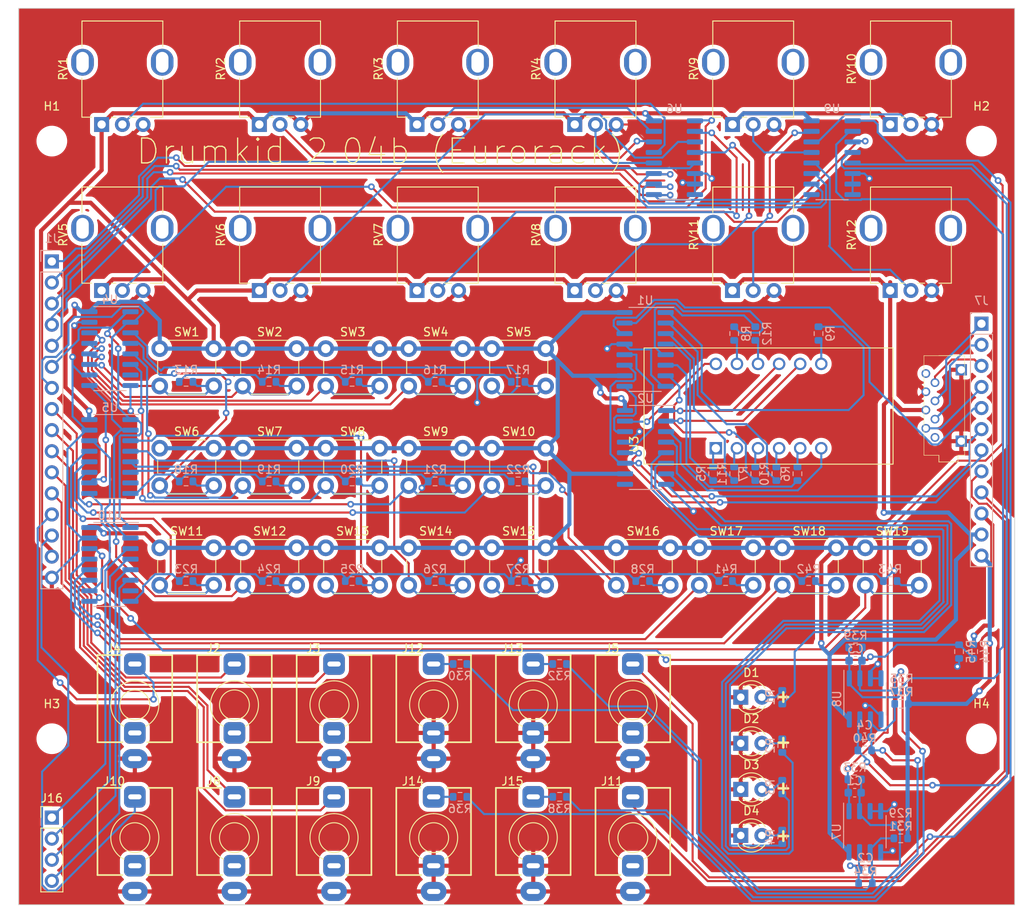
<source format=kicad_pcb>
(kicad_pcb (version 20221018) (generator pcbnew)
  (layers (0 "F.Cu" signal) (31 "B.Cu" signal) (34 "B.Paste" user) (35 "F.Paste" user) (36 "B.SilkS" user "B.Silkscreen") (37 "F.SilkS" user "F.Silkscreen") (38 "B.Mask" user) (39 "F.Mask" user) (44 "Edge.Cuts" user))
  (net 0 "")
  (net 1 "Net-(U7A--)")
  (net 2 "CV_IN_3")
  (net 3 "Net-(U7B--)")
  (net 4 "GND")
  (net 5 "Net-(D1-A)")
  (net 6 "CV_IN_4")
  (net 7 "+12V")
  (net 8 "TRIGGER_OUT_1_EURO")
  (net 9 "TRIGGER_OUT_2_EURO")
  (net 10 "TRIGGER_OUT_3_EURO")
  (net 11 "TRIGGER_OUT_4_EURO")
  (net 12 "SYNC_IN_EURO")
  (net 13 "SYNC_OUT_EURO")
  (net 15 "SD_CLOCK")
  (net 16 "SD_SERIAL_OUT")
  (net 17 "SD_SERIAL_IN")
  (net 18 "SD_CHIP_SELECT")
  (net 19 "595_DATA")
  (net 20 "595_CLOCK")
  (net 21 "595_LATCH")
  (net 24 "EURO_OUT_1")
  (net 25 "165_LOAD")
  (net 26 "165_CLOCK")
  (net 27 "165_DATA")
  (net 29 "4051_ADDRESS_A")
  (net 30 "4051_ADDRESS_B")
  (net 31 "4051_ADDRESS_C")
  (net 33 "4051_READING_0")
  (net 34 "4051_READING_1")
  (net 36 "EURO_OUT_2")
  (net 38 "Net-(J14-PadT)")
  (net 39 "Net-(J15-PadT)")
  (net 40 "Net-(U3-a)")
  (net 41 "Net-(U1-QA)")
  (net 42 "Net-(U2-QB)")
  (net 43 "Net-(U2-QC)")
  (net 44 "Net-(U2-QD)")
  (net 45 "Net-(U2-QE)")
  (net 46 "Net-(U2-QF)")
  (net 47 "Net-(U2-QG)")
  (net 48 "Net-(U2-QH)")
  (net 49 "Net-(U3-b)")
  (net 50 "Net-(U2-QA)")
  (net 51 "Net-(U1-QB)")
  (net 52 "Net-(U3-c)")
  (net 53 "Net-(U1-QC)")
  (net 54 "Net-(U3-d)")
  (net 55 "Net-(U1-QD)")
  (net 56 "Net-(U3-e)")
  (net 57 "-12V")
  (net 58 "Net-(U1-QE)")
  (net 59 "Net-(U3-f)")
  (net 60 "Net-(U1-QF)")
  (net 62 "Net-(U3-g)")
  (net 65 "Net-(U1-QG)")
  (net 66 "Net-(U8A--)")
  (net 67 "CV_IN_1")
  (net 68 "Net-(U8B--)")
  (net 69 "CV_IN_2")
  (net 70 "Net-(U3-DPX)")
  (net 71 "Net-(U1-QH)")
  (net 72 "Net-(U4-D0)")
  (net 73 "Net-(U4-D1)")
  (net 74 "Net-(U4-D2)")
  (net 75 "Net-(U4-D3)")
  (net 76 "Net-(U4-D4)")
  (net 77 "Net-(U4-D5)")
  (net 78 "Net-(U4-D6)")
  (net 79 "Net-(U4-D7)")
  (net 80 "Net-(U6-A0)")
  (net 81 "Net-(U6-A1)")
  (net 82 "Net-(D2-A)")
  (net 83 "Net-(D3-A)")
  (net 84 "Net-(D4-A)")
  (net 85 "Net-(U6-A2)")
  (net 86 "Net-(U6-A3)")
  (net 87 "Net-(U6-A4)")
  (net 88 "Net-(U6-A5)")
  (net 89 "Net-(U6-A6)")
  (net 90 "Net-(U6-A7)")
  (net 91 "+3.3V")
  (net 92 "Net-(U9-A0)")
  (net 93 "Net-(U9-A1)")
  (net 94 "Net-(U9-A2)")
  (net 95 "Net-(U9-A3)")
  (net 96 "Net-(U5-D0)")
  (net 97 "Net-(U1-QH')")
  (net 100 "Net-(J12-PadT)")
  (net 101 "Net-(J13-PadT)")
  (net 102 "Net-(U5-D1)")
  (net 103 "Net-(U5-D2)")
  (net 104 "Net-(U5-D3)")
  (net 105 "Net-(U5-D4)")
  (net 106 "Net-(U5-D5)")
  (net 107 "Net-(U5-D6)")
  (net 108 "Net-(U5-D7)")
  (net 109 "Net-(U10-D0)")
  (net 111 "/Shift register in 1/DATA_OUT")
  (net 112 "Net-(U10-D1)")
  (net 113 "Net-(U10-D2)")
  (net 114 "/Shift register in 2/DATA_OUT")
  (net 116 "Net-(J16-Pin_1)")
  (net 117 "Net-(J16-Pin_2)")
  (net 118 "Net-(J16-Pin_3)")
  (net 119 "Net-(J16-Pin_4)")
  (net 120 "12V DETECTION")
  (footprint "Button_Switch_THT:SW_PUSH_6mm" (layer "F.Cu") (at 127 93)
    (fp_text reference "SW10")
    (fp_text value "SW_Push")
  )
  (footprint "Button_Switch_THT:SW_PUSH_6mm" (layer "F.Cu") (at 107 93)
    (fp_text reference "SW8")
    (fp_text value "SW_Push")
  )
  (footprint "Library:Potentiometer_Alps_RK09K_vertical_biggerholes" (layer "F.Cu") (at 118 54 90)
    (fp_text reference "RV3")
    (fp_text value "10k")
  )
  (footprint "AudioJacks:Jack_3.5mm_QingPu_WQP-PJ398SM_Vertical" (layer "F.Cu") (at 96 123.92)
    (fp_text reference "J2")
    (fp_text value "Trigger_Out_1")
  )
  (footprint "AudioJacks:Jack_3.5mm_QingPu_WQP-PJ398SM_Vertical" (layer "F.Cu") (at 132 123.92)
    (fp_text reference "J13")
    (fp_text value "CV_In_2")
  )
  (footprint "Library:Potentiometer_Alps_RK09K_vertical_biggerholes" (layer "F.Cu") (at 137 74 90)
    (fp_text reference "RV8")
    (fp_text value "10k")
  )
  (footprint "AudioJacks:Jack_3.5mm_QingPu_WQP-PJ398SM_Vertical" (layer "F.Cu") (at 120 123.92)
    (fp_text reference "J12")
    (fp_text value "CV_In_1")
  )
  (footprint "Button_Switch_THT:SW_PUSH_6mm" (layer "F.Cu") (at 172 105)
    (fp_text reference "SW19")
    (fp_text value "SW_Push")
  )
  (footprint "MountingHole:MountingHole_3.2mm_M3" (layer "F.Cu") (at 74 56)
    (fp_text reference "H1")
    (fp_text value "MountingHole")
  )
  (footprint "AudioJacks:Jack_3.5mm_QingPu_WQP-PJ398SM_Vertical" (layer "F.Cu") (at 144 139.92)
    (fp_text reference "J11")
    (fp_text value "Euro_Out_2")
  )
  (footprint "Library:Potentiometer_Alps_RK09K_vertical_biggerholes" (layer "F.Cu") (at 137 54 90)
    (fp_text reference "RV4")
    (fp_text value "10k")
  )
  (footprint "Button_Switch_THT:SW_PUSH_6mm" (layer "F.Cu") (at 107 81)
    (fp_text reference "SW3")
    (fp_text value "SW_Push")
  )
  (footprint "Library:Potentiometer_Alps_RK09K_vertical_biggerholes" (layer "F.Cu") (at 80 54 90)
    (fp_text reference "RV1")
    (fp_text value "10k")
  )
  (footprint "Library:Potentiometer_Alps_RK09K_vertical_biggerholes" (layer "F.Cu") (at 175 54 90)
    (fp_text reference "RV10")
    (fp_text value "10k")
  )
  (footprint "AudioJacks:Jack_3.5mm_QingPu_WQP-PJ398SM_Vertical" (layer "F.Cu") (at 84 123.92)
    (fp_text reference "J4")
    (fp_text value "Sync_In")
  )
  (footprint "Button_Switch_THT:SW_PUSH_6mm" (layer "F.Cu") (at 117 93)
    (fp_text reference "SW9")
    (fp_text value "SW_Push")
  )
  (footprint "AudioJacks:Jack_3.5mm_QingPu_WQP-PJ398SM_Vertical" (layer "F.Cu") (at 120 139.92)
    (fp_text reference "J14")
    (fp_text value "CV_In_3")
  )
  (footprint "AudioJacks:Jack_3.5mm_QingPu_WQP-PJ398SM_Vertical" (layer "F.Cu") (at 132 139.92)
    (fp_text reference "J15")
    (fp_text value "CV_In_4")
  )
  (footprint "Button_Switch_THT:SW_PUSH_6mm" (layer "F.Cu") (at 87 93)
    (fp_text reference "SW6")
    (fp_text value "SW_Push")
  )
  (footprint "Library:Potentiometer_Alps_RK09K_vertical_biggerholes" (layer "F.Cu") (at 118 74 90)
    (fp_text reference "RV7")
    (fp_text value "10k")
  )
  (footprint "Button_Switch_THT:SW_PUSH_6mm" (layer "F.Cu") (at 152 105)
    (fp_text reference "SW17")
    (fp_text value "SW_Push")
  )
  (footprint "Button_Switch_THT:SW_PUSH_6mm" (layer "F.Cu") (at 87 81)
    (fp_text reference "SW1")
    (fp_text value "SW_Push")
  )
  (footprint "Library:SR410361N" (layer "F.Cu") (at 154 93 90)
    (fp_text reference "U3")
    (fp_text value "CA56-12EWA")
  )
  (footprint "misc:YAMAICHI_MICROSD_VERTICAL" (layer "F.Cu") (at 180.4 87.85 90)
    (fp_text reference "J6" hide)
    (fp_text value "Micro_SD_Card" hide)
  )
  (footprint "LED_THT:LED_D3.0mm" (layer "F.Cu") (at 157 134.1)
    (fp_text reference "D3")
    (fp_text value "LED")
  )
  (footprint "Library:Potentiometer_Alps_RK09K_vertical_biggerholes" (layer "F.Cu") (at 156 74 90)
    (fp_text reference "RV11")
    (fp_text value "10k")
  )
  (footprint "Library:Potentiometer_Alps_RK09K_vertical_biggerholes" (layer "F.Cu") (at 156 54 90)
    (fp_text reference "RV9")
    (fp_text value "10k")
  )
  (footprint "AudioJacks:Jack_3.5mm_QingPu_WQP-PJ398SM_Vertical" (layer "F.Cu") (at 96 139.92)
    (fp_text reference "J8")
    (fp_text value "Trigger_Out_3")
  )
  (footprint "Button_Switch_THT:SW_PUSH_6mm" (layer "F.Cu") (at 127 105)
    (fp_text reference "SW15")
    (fp_text value "SW_Push")
  )
  (footprint "Button_Switch_THT:SW_PUSH_6mm" (layer "F.Cu") (at 107 105)
    (fp_text reference "SW13")
    (fp_text value "SW_Push")
  )
  (footprint "Button_Switch_THT:SW_PUSH_6mm" (layer "F.Cu") (at 162 105)
    (fp_text reference "SW18")
    (fp_text value "SW_Push")
  )
  (footprint "MountingHole:MountingHole_3.2mm_M3" (layer "F.Cu") (at 186 56)
    (fp_text reference "H2")
    (fp_text value "MountingHole")
  )
  (footprint "Button_Switch_THT:SW_PUSH_6mm" (layer "F.Cu") (at 87 105)
    (fp_text reference "SW11")
    (fp_text value "SW_Push")
  )
  (footprint "Button_Switch_THT:SW_PUSH_6mm" (layer "F.Cu") (at 97 81)
    (fp_text reference "SW2")
    (fp_text value "SW_Push")
  )
  (footprint "Button_Switch_THT:SW_PUSH_6mm" (layer "F.Cu") (at 97 93)
    (fp_text reference "SW7")
    (fp_text value "SW_Push")
  )
  (footprint "LED_THT:LED_D3.0mm" (layer "F.Cu") (at 157 128.55)
    (fp_text reference "D2")
    (fp_text value "LED")
  )
  (footprint "LED_THT:LED_D3.0mm" (layer "F.Cu") (at 157 123)
    (fp_text reference "D1")
    (fp_text value "LED")
  )
  (footprint "AudioJacks:Jack_3.5mm_QingPu_WQP-PJ398SM_Vertical" (layer "F.Cu") (at 144 123.92)
    (fp_text reference "J5")
    (fp_text value "Euro_Out_1")
  )
  (footprint "Button_Switch_THT:SW_PUSH_6mm" (layer "F.Cu") (at 97 105)
    (fp_text reference "SW12")
    (fp_text value "SW_Push")
  )
  (footprint "MountingHole:MountingHole_3.2mm_M3" (layer "F.Cu") (at 74 128)
    (fp_text reference "H3")
    (fp_text value "MountingHole")
  )
  (footprint "LED_THT:LED_D3.0mm" (layer "F.Cu") (at 157 139.65)
    (fp_text reference "D4")
    (fp_text value "LED")
  )
  (footprint "Button_Switch_THT:SW_PUSH_6mm" (layer "F.Cu") (at 117 81)
    (fp_text reference "SW4")
    (fp_text value "SW_Push")
  )
  (footprint "Library:Potentiometer_Alps_RK09K_vertical_biggerholes" (layer "F.Cu") (at 175 74 90)
    (fp_text reference "RV12")
    (fp_text value "10k")
  )
  (footprint "MountingHole:MountingHole_3.2mm_M3" (layer "F.Cu") (at 186 128)
    (fp_text reference "H4")
    (fp_text value "MountingHole")
  )
  (footprint "AudioJacks:Jack_3.5mm_QingPu_WQP-PJ398SM_Vertical" (layer "F.Cu") (at 108 139.92)
    (fp_text reference "J9")
    (fp_text value "Trigger_Out_4")
  )
  (footprint "Library:Potentiometer_Alps_RK09K_vertical_biggerholes" (layer "F.Cu") (at 99 74 90)
    (fp_text reference "RV6")
    (fp_text value "10k")
  )
  (footprint "Connector_PinHeader_2.54mm:PinHeader_1x04_P2.54mm_Vertical" (layer "F.Cu") (at 74 137.5)
    (fp_text reference "J16")
    (fp_text value "Conn_01x04_Pin")
  )
  (footprint "AudioJacks:Jack_3.5mm_QingPu_WQP-PJ398SM_Vertical" (layer "F.Cu") (at 108 123.92)
    (fp_text reference "J3")
    (fp_text value "Trigger_Out_2")
  )
  (footprint "Library:Potentiometer_Alps_RK09K_vertical_biggerholes" (layer "F.Cu") (at 80 74 90)
    (fp_text reference "RV5")
    (fp_text value "10k")
  )
  (footprint "Button_Switch_THT:SW_PUSH_6mm" (layer "F.Cu") (at 127 81)
    (fp_text reference "SW5")
    (fp_text value "SW_Push")
  )
  (footprint "Library:Potentiometer_Alps_RK09K_vertical_biggerholes" (layer "F.Cu") (at 99 54 90)
    (fp_text reference "RV2")
    (fp_text value "10k")
  )
  (footprint "Button_Switch_THT:SW_PUSH_6mm" (layer "F.Cu") (at 142 105)
    (fp_text reference "SW16")
    (fp_text value "SW_Push")
  )
  (footprint "AudioJacks:Jack_3.5mm_QingPu_WQP-PJ398SM_Vertical" (layer "F.Cu") (at 84 139.92)
    (fp_text reference "J10")
    (fp_text value "Sync_Out")
  )
  (footprint "Button_Switch_THT:SW_PUSH_6mm" (layer "F.Cu") (at 117 105)
    (fp_text reference "SW14")
    (fp_text value "SW_Push")
  )
  (footprint "Resistor_SMD:R_0603_1608Metric" (layer "B.Cu") (at 90.175 109 180)
    (fp_text reference "R23")
    (fp_text value "10k")
  )
  (footprint "Resistor_SMD:R_0603_1608Metric" (layer "B.Cu") (at 130.175 109 180)
    (fp_text reference "R27")
    (fp_text value "10k")
  )
  (footprint "Resistor_SMD:R_0603_1608Metric" (layer "B.Cu") (at 176.275 138.4 180)
    (fp_text reference "R29")
    (fp_text value "240k")
  )
  (footprint "Resistor_SMD:R_0603_1608Metric" (layer "B.Cu") (at 162 123 -90)
    (fp_text reference "R1")
    (fp_text value "75R")
  )
  (footprint "Resistor_SMD:R_0603_1608Metric" (layer "B.Cu") (at 130.175 97 180)
    (fp_text reference "R22")
    (fp_text value "10k")
  )
  (footprint "Resistor_SMD:R_0603_1608Metric" (layer "B.Cu") (at 130.175 85 180)
    (fp_text reference "R17")
    (fp_text value "10k")
  )
  (footprint "Resistor_SMD:R_0603_1608Metric" (layer "B.Cu") (at 90.175 97 180)
    (fp_text reference "R18")
    (fp_text value "10k")
  )
  (footprint "Resistor_SMD:R_0603_1608Metric" (layer "B.Cu") (at 155.175 109 180)
    (fp_text reference "R41")
    (fp_text value "10k")
  )
  (footprint "Resistor_SMD:R_0603_1608Metric" (layer "B.Cu") (at 156.21 96.075 -90)
    (fp_text reference "R11")
    (fp_text value "75R")
  )
  (footprint "Resistor_SMD:R_0603_1608Metric" (layer "B.Cu") (at 176.375 122.2 180)
    (fp_text reference "R35")
    (fp_text value "240k")
  )
  (footprint "Resistor_SMD:R_0603_1608Metric" (layer "B.Cu") (at 166.37 79.185 90)
    (fp_text reference "R9")
    (fp_text value "75R")
  )
  (footprint "Resistor_SMD:R_0603_1608Metric" (layer "B.Cu") (at 153.67 96.075 -90)
    (fp_text reference "R5")
    (fp_text value "75R")
  )
  (footprint "Resistor_SMD:R_0603_1608Metric" (layer "B.Cu") (at 120.175 109 180)
    (fp_text reference "R26")
    (fp_text value "10k")
  )
  (footprint "Resistor_SMD:R_0603_1608Metric" (layer "B.Cu") (at 165.175 109 180)
    (fp_text reference "R42")
    (fp_text value "10k")
  )
  (footprint "Connector_PinSocket_2.54mm:PinSocket_1x12_P2.54mm_Vertical" (layer "B.Cu") (at 186 78 180)
    (fp_text reference "J7")
    (fp_text value "Right_Header")
  )
  (footprint "Package_SO:SOIC-16_3.9x9.9mm_P1.27mm" (layer "B.Cu") (at 149 58 180)
    (fp_text reference "U6")
    (fp_text value "74HC4051")
  )
  (footprint "Resistor_SMD:R_0603_1608Metric" (layer "B.Cu") (at 100.175 85 180)
    (fp_text reference "R14")
    (fp_text value "10k")
  )
  (footprint "Resistor_SMD:R_0603_1608Metric" (layer "B.Cu") (at 156.21 79.185 90)
    (fp_text reference "R8")
    (fp_text value "75R")
  )
  (footprint "Package_SO:SOIC-16_3.9x9.9mm_P1.27mm" (layer "B.Cu") (at 145.475 81.095 180)
    (fp_text reference "U1")
    (fp_text value "74HC595")
  )
  (footprint "Resistor_SMD:R_0603_1608Metric" (layer "B.Cu") (at 123.175 119)
    (fp_text reference "R30")
    (fp_text value "100k")
  )
  (footprint "Resistor_SMD:R_0603_1608Metric" (layer "B.Cu") (at 110.175 85 180)
    (fp_text reference "R15")
    (fp_text value "10k")
  )
  (footprint "Resistor_SMD:R_0603_1608Metric" (layer "B.Cu") (at 123.175 135)
    (fp_text reference "R36")
    (fp_text value "100k")
  )
  (footprint "Resistor_SMD:R_0603_1608Metric" (layer "B.Cu") (at 120.175 97 180)
    (fp_text reference "R21")
    (fp_text value "10k")
  )
  (footprint "Resistor_SMD:R_0603_1608Metric" (layer "B.Cu") (at 110.175 97 180)
    (fp_text reference "R20")
    (fp_text value "10k")
  )
  (footprint "Resistor_SMD:R_0603_1608Metric" (layer "B.Cu") (at 161.29 96.075 -90)
    (fp_text reference "R10")
    (fp_text value "75R")
  )
  (footprint "Resistor_SMD:R_0603_1608Metric" (layer "B.Cu") (at 90.175 85 180)
    (fp_text reference "R13")
    (fp_text value "10k")
  )
  (footprint "Resistor_SMD:R_0603_1608Metric" (layer "B.Cu") (at 162 139.825 -90)
    (fp_text reference "R4")
    (fp_text value "75R")
  )
  (footprint "Resistor_SMD:R_0603_1608Metric" (layer "B.Cu") (at 158.75 96.075 -90)
    (fp_text reference "R7")
    (fp_text value "75R")
  )
  (footprint "Capacitor_SMD:C_0603_1608Metric" (layer "B.Cu") (at 171.925 127.8 180)
    (fp_text reference "C4")
    (fp_text value "1n")
  )
  (footprint "Resistor_SMD:R_0603_1608Metric" (layer "B.Cu") (at 120.175 85 180)
    (fp_text reference "R16")
    (fp_text value "10k")
  )
  (footprint "Resistor_SMD:R_0603_1608Metric" (layer "B.Cu") (at 163.83 96.075 -90)
    (fp_text reference "R6")
    (fp_text value "75R")
  )
  (footprint "Package_SO:SOIC-16_3.9x9.9mm_P1.27mm" (layer "B.Cu") (at 145.525 92.905 180)
    (fp_text reference "U2")
    (fp_text value "74HC595")
  )
  (footprint "Resistor_SMD:R_0603_1608Metric" (layer "B.Cu") (at 183.3 117.5 90)
    (fp_text reference "R45")
    (fp_text value "100k")
  )
  (footprint "Package_SO:SOIC-16_3.9x9.9mm_P1.27mm" (layer "B.Cu") (at 168 58 180)
    (fp_text reference "U9")
    (fp_text value "74HC4051")
  )
  (footprint "Capacitor_SMD:C_0603_1608Metric" (layer "B.Cu") (at 172.025 143.8 180)
    (fp_text reference "C2")
    (fp_text value "1n")
  )
  (footprint "Resistor_SMD:R_0603_1608Metric" (layer "B.Cu") (at 162 128.825 -90)
    (fp_text reference "R2")
    (fp_text value "75R")
  )
  (footprint "Resistor_SMD:R_0603_1608Metric" (layer "B.Cu") (at 158.75 79.185 90)
    (fp_text reference "R12")
    (fp_text value "75R")
  )
  (footprint "Package_SO:SOIC-16_3.9x9.9mm_P1.27mm" (layer "B.Cu") (at 81 94 180)
    (fp_text reference "U5")
    (fp_text value "74HC165")
  )
  (footprint "Connector_PinSocket_2.54mm:PinSocket_1x16_P2.54mm_Vertical" (layer "B.Cu") (at 74 70.5 180)
    (fp_text reference "J1")
    (fp_text value "Left_Header")
  )
  (footprint "Capacitor_SMD:C_0603_1608Metric" (layer "B.Cu") (at 170.725 134.5 180)
    (fp_text reference "C1")
    (fp_text value "1n")
  )
  (footprint "Resistor_SMD:R_0603_1608Metric" (layer "B.Cu") (at 145.175 109 180)
    (fp_text reference "R28")
    (fp_text value "10k")
  )
  (footprint "Resistor_SMD:R_0603_1608Metric" (layer "B.Cu") (at 172.025 145.4 180)
    (fp_text reference "R34")
    (fp_text value "33k")
  )
  (footprint "Resistor_SMD:R_0603_1608Metric" (layer "B.Cu") (at 170.725 132.9 180)
    (fp_text reference "R33")
    (fp_text value "33k")
  )
  (footprint "Package_SO:SOIC-16_3.9x9.9mm_P1.27mm" (layer "B.Cu") (at 81 107 180)
    (fp_text reference "U10")
    (fp_text value "74HC165")
  )
  (footprint "Package_SO:SOIC-8_3.9x4.9mm_P1.27mm" (layer "B.Cu") (at 171.95 139.2 -90)
    (fp_text reference "U7")
    (fp_text value "MCP6002-xSN")
  )
  (footprint "Capacitor_SMD:C_0603_1608Metric" (layer "B.Cu") (at 170.825 118.6 180)
    (fp_text reference "C3")
    (fp_text value "1n")
  )
  (footprint "Resistor_SMD:R_0603_1608Metric" (layer "B.Cu") (at 185 117.5 90)
    (fp_text reference "R44")
    (fp_text value "330k")
  )
  (footprint "Resistor_SMD:R_0603_1608Metric" (layer "B.Cu") (at 110.175 109 180)
    (fp_text reference "R25")
    (fp_text value "10k")
  )
  (footprint "Package_SO:SOIC-8_3.9x4.9mm_P1.27mm" (layer "B.Cu") (at 171.985 123.2 -90)
    (fp_text reference "U8")
    (fp_text value "MCP6002-xSN")
  )
  (footprint "Resistor_SMD:R_0603_1608Metric" (layer "B.Cu") (at 176.275 140 180)
    (fp_text reference "R31")
    (fp_text value "240k")
  )
  (footprint "Resistor_SMD:R_0603_1608Metric" (layer "B.Cu") (at 170.825 117 180)
    (fp_text reference "R39")
    (fp_text value "33k")
  )
  (footprint "Resistor_SMD:R_0603_1608Metric" (layer "B.Cu") (at 135.175 119)
    (fp_text reference "R32")
    (fp_text value "100k")
  )
  (footprint "Resistor_SMD:R_0603_1608Metric" (layer "B.Cu") (at 175 109 180)
    (fp_text reference "R43")
    (fp_text value "10k")
  )
  (footprint "Resistor_SMD:R_0603_1608Metric" (layer "B.Cu") (at 162 133.825 -90)
    (fp_text reference "R3")
    (fp_text value "75R")
  )
  (footprint "Resistor_SMD:R_0603_1608Metric" (layer "B.Cu") (at 176.375 123.8 180)
    (fp_text reference "R37")
    (fp_text value "240k")
  )
  (footprint "Resistor_SMD:R_0603_1608Metric" (layer "B.Cu") (at 135.175 135)
    (fp_text reference "R38")
    (fp_text value "100k")
  )
  (footprint "Resistor_SMD:R_0603_1608Metric" (layer "B.Cu") (at 171.925 129.4 180)
    (fp_text reference "R40")
    (fp_text value "33k")
  )
  (footprint "Resistor_SMD:R_0603_1608Metric" (layer "B.Cu") (at 100.175 97 180)
    (fp_text reference "R19")
    (fp_text value "10k")
  )
  (footprint "Resistor_SMD:R_0603_1608Metric" (layer "B.Cu") (at 100.175 109 180)
    (fp_text reference "R24")
    (fp_text value "10k")
  )
  (footprint "Package_SO:SOIC-16_3.9x9.9mm_P1.27mm" (layer "B.Cu") (at 81 81 180)
    (fp_text reference "U4")
    (fp_text value "74HC165")
  )
  (gr_rect (start 70 40) (end 190 148) (stroke (width 0.1)) (fill none) (layer "Edge.Cuts"))
  (gr_text "+" (at 161 129.25) (layer "F.SilkS") (effects (font (size 1.5 1.5) (thickness 0.3) bold) (justify left bottom)))
  (gr_text "+" (at 161 134.75) (layer "F.SilkS") (effects (font (size 1.5 1.5) (thickness 0.3) bold) (justify left bottom)))
  (gr_text "+" (at 161 140.5) (layer "F.SilkS") (effects (font (size 1.5 1.5) (thickness 0.3) bold) (justify left bottom)))
  (gr_text "Drumkid 2.04b (Eurorack)" (at 84 59) (layer "F.SilkS") (effects (font (size 3 3)) (justify left bottom)))
  (gr_text "+" (at 161 123.75) (layer "F.SilkS") (effects (font (size 1.5 1.5) (thickness 0.3) bold) (justify left bottom)))
  (segment (start 129.55 124.55) (end 145.513604 124.55) (width 0.25) (layer "B.Cu") (net 1))
  (segment (start 172.85 146.65) (end 176.175 143.325) (width 0.25) (layer "B.Cu") (net 1))
  (segment (start 176.175 139.125) (end 175.45 138.4) (width 0.25) (layer "B.Cu") (net 1))
  (segment (start 171.5 134.5) (end 171.5 132.95) (width 0.25) (layer "B.Cu") (net 1))
  (segment (start 124 119) (end 129.55 124.55) (width 0.25) (layer "B.Cu") (net 1))
  (segment (start 145.513604 124.55) (end 151.75 130.786396) (width 0.25) (layer "B.Cu") (net 1))
  (segment (start 176.175 143.325) (end 176.175 139.125) (width 0.25) (layer "B.Cu") (net 1))
  (segment (start 175.45 138.4) (end 172.613249 138.4) (width 0.25) (layer "B.Cu") (net 1))
  (segment (start 171.315 134.685) (end 171.5 134.5) (width 0.25) (layer "B.Cu") (net 1))
  (segment (start 151.75 130.786396) (end 151.75 139.395584) (width 0.25) (layer "B.Cu") (net 1))
  (segment (start 151.75 139.395584) (end 159.004416 146.65) (width 0.25) (layer "B.Cu") (net 1))
  (segment (start 171.5 132.95) (end 171.55 132.9) (width 0.25) (layer "B.Cu") (net 1))
  (segment (start 159.004416 146.65) (end 172.85 146.65) (width 0.25) (layer "B.Cu") (net 1))
  (segment (start 171.315 137.101751) (end 171.315 136.725) (width 0.25) (layer "B.Cu") (net 1))
  (segment (start 172.613249 138.4) (end 171.315 137.101751) (width 0.25) (layer "B.Cu") (net 1))
  (segment (start 171.315 136.725) (end 171.315 134.685) (width 0.25) (layer "B.Cu") (net 1))
  (segment (start 176.3 122.667462) (end 176.3 121.882538) (width 0.25) (layer "B.Cu") (net 2))
  (segment (start 170.05 118.6) (end 170.05 117.05) (width 0.25) (layer "B.Cu") (net 2))
  (segment (start 170.08 120.725) (end 170.08 118.63) (width 0.25) (layer "B.Cu") (net 2))
  (segment (start 188.6 116.9) (end 188.6 67.25) (width 0.25) (layer "B.Cu") (net 2))
  (segment (start 171.663604 123) (end 175.967462 123) (width 0.25) (layer "B.Cu") (net 2))
  (segment (start 184.35 63) (end 171.566751 63) (width 0.25) (layer "B.Cu") (net 2))
  (segment (start 171.566751 63) (end 171.496751 63.07) (width 0.25) (layer "B.Cu") (net 2))
  (segment (start 170.08 118.63) (end 170.05 118.6) (width 0.25) (layer "B.Cu") (net 2))
  (segment (start 188.6 67.25) (end 184.35 63) (width 0.25) (layer "B.Cu") (net 2))
  (segment (start 168.5 56.423249) (end 170.098249 54.825) (width 0.25) (layer "B.Cu") (net 2))
  (segment (start 176.3 121.882538) (end 177.482538 120.7) (width 0.25) (layer "B.Cu") (net 2))
  (segment (start 188.2 120) (end 188.2 117.3) (width 0.25) (layer "B.Cu") (net 2))
  (segment (start 175.967462 123) (end 176.3 122.667462) (width 0.25) (layer "B.Cu") (net 2))
  (segment (start 170.05 117.05) (end 170 117) (width 0.25) (layer "B.Cu") (net 2))
  (segment (start 187.5 120.7) (end 188.2 120) (width 0.25) (layer "B.Cu") (net 2))
  (segment (start 170.098249 54.825) (end 170.475 54.825) (width 0.25) (layer "B.Cu") (net 2))
  (segment (start 188.2 117.3) (end 188.6 116.9) (width 0.25) (layer "B.Cu") (net 2))
  (segment (start 170.08 120.725) (end 170.08 121.416396) (width 0.25) (layer "B.Cu") (net 2))
  (segment (start 169.453249 63.07) (end 168.5 62.116751) (width 0.25) (layer "B.Cu") (net 2))
  (segment (start 177.482538 120.7) (end 187.5 120.7) (width 0.25) (layer "B.Cu") (net 2))
  (segment (start 170.08 121.416396) (end 171.663604 123) (width 0.25) (layer "B.Cu") (net 2))
  (segment (start 171.496751 63.07) (end 169.453249 63.07) (width 0.25) (layer "B.Cu") (net 2))
  (segment (start 168.5 62.116751) (end 168.5 56.423249) (width 0.25) (layer "B.Cu") (net 2))
  (segment (start 172.585 141.298249) (end 173.883249 140) (width 0.25) (layer "B.Cu") (net 3))
  (segment (start 145.7 124.1) (end 152.2 130.6) (width 0.25) (layer "B.Cu") (net 3))
  (segment (start 141.1 124.1) (end 145.7 124.1) (width 0.25) (layer "B.Cu") (net 3))
  (segment (start 136 119) (end 141.1 124.1) (width 0.25) (layer "B.Cu") (net 3))
  (segment (start 172.8 143.8) (end 172.8 141.89) (width 0.25) (layer "B.Cu") (net 3))
  (segment (start 172.85 145.4) (end 172.85 143.85) (width 0.25) (layer "B.Cu") (net 3))
  (segment (start 152.2 139.209188) (end 159.190812 146.2) (width 0.25) (layer "B.Cu") (net 3))
  (segment (start 152.2 130.6) (end 152.2 139.209188) (width 0.25) (layer "B.Cu") (net 3))
  (segment (start 172.585 141.675) (end 172.585 141.298249) (width 0.25) (layer "B.Cu") (net 3))
  (segment (start 173.883249 140) (end 175.45 140) (width 0.25) (layer "B.Cu") (net 3))
  (segment (start 172.05 146.2) (end 172.85 145.4) (width 0.25) (layer "B.Cu") (net 3))
  (segment (start 172.85 143.85) (end 172.8 143.8) (width 0.25) (layer "B.Cu") (net 3))
  (segment (start 159.190812 146.2) (end 172.05 146.2) (width 0.25) (layer "B.Cu") (net 3))
  (segment (start 172.8 141.89) (end 172.585 141.675) (width 0.25) (layer "B.Cu") (net 3))
  (segment (start 150 60.474695) (end 150 61) (width 0.25) (layer "F.Cu") (net 4))
  (segment (start 76.5 82.522792) (end 76.5 81.25) (width 0.25) (layer "F.Cu") (net 4))
  (segment (start 143.525305 54) (end 150 60.474695) (width 0.25) (layer "F.Cu") (net 4))
  (segment (start 76.5 82) (end 76.5 81.25) (width 0.25) (layer "F.Cu") (net 4))
  (segment (start 76.5 81.25) (end 76.5 78.44865) (width 0.25) (layer "F.Cu") (net 4))
  (segment (start 142 54) (end 143.525305 54) (width 0.25) (layer "F.Cu") (net 4))
  (segment (start 82.477208 88.5) (end 76.5 82.522792) (width 0.25) (layer "F.Cu") (net 4))
  (segment (start 76.5 78.44865) (end 76.724325 78.224325) (width 0.25) (layer "F.Cu") (net 4))
  (segment (start 83.5 88.5) (end 82.477208 88.5) (width 0.25) (layer "F.Cu") (net 4))
  (segment (start 175.54 107.71) (end 175.5 107.75) (width 0.25) (layer "F.Cu") (net 4))
  (via (at 125.25 87.5) (size 0.8) (drill 0.4) (layers "F.Cu" "B.Cu") (net 4))
  (via (at 150 61) (size 0.8) (drill 0.4) (layers "F.Cu" "B.Cu") (net 4))
  (via (at 173.5 119) (size 0.8) (drill 0.4) (layers "F.Cu" "B.Cu") (net 4))
  (via (at 130.5 106.5) (size 0.8) (drill 0.4) (layers "F.Cu" "B.Cu") (net 4))
  (via (at 175.3 141.5) (size 0.8) (drill 0.4) (layers "F.Cu" "B.Cu") (net 4))
  (via (at 140.9 81) (size 0.8) (drill 0.4) (layers "F.Cu" "B.Cu") (net 4))
  (via (at 172 124) (size 0.8) (drill 0.4) (layers "F.Cu" "B.Cu") (net 4))
  (via (at 175.5 135.9) (size 0.8) (drill 0.4) (layers "F.Cu" "B.Cu") (net 4))
  (via (at 175.5 107.75) (size 0.8) (drill 0.4) (layers "F.Cu" "B.Cu") (net 4))
  (via (at 83.5 88.5) (size 0.8) (drill 0.4) (layers "F.Cu" "B.Cu") (net 4))
  (via (at 76.724325 78.224325) (size 0.8) (drill 0.4) (layers "F.Cu" "B.Cu") (net 4))
  (via (at 172.5 60.5) (size 0.8) (drill 0.4) (layers "F.Cu" "B.Cu") (net 4))
  (via (at 118.575596 97.7755) (size 0.8) (drill 0.4) (layers "F.Cu" "B.Cu") (net 4))
  (via (at 151.3 100.6) (size 0.8) (drill 0.4) (layers "F.Cu" "B.Cu") (net 4))
  (via (at 153.5 60.5) (size 0.8) (drill 0.4) (layers "F.Cu" "B.Cu") (net 4))
  (via (at 144.8 91) (size 0.8) (drill 0.4) (layers "F.Cu" "B.Cu") (net 4))
  (via (at 183.1 119.3) (size 0.8) (drill 0.4) (layers "F.Cu" "B.Cu") (net 4))
  (via (at 76.5 82) (size 0.8) (drill 0.4) (layers "F.Cu" "B.Cu") (net 4))
  (segment (start 118.525 84.175) (end 119.35 85) (width 0.25) (layer "B.Cu") (net 4))
  (segment (start 78.525 84.175) (end 77.675 84.175) (width 0.25) (layer "B.Cu") (net 4))
  (segment (start 89.35 97) (end 90.175 96.175) (width 0.25) (layer "B.Cu") (net 4))
  (segment (start 119.35 97) (end 119.35 97.001096) (width 0.25) (layer "B.Cu") (net 4))
  (segment (start 148 97.35) (end 148.05 97.35) (width 0.25) (layer "B.Cu") (net 4))
  (segment (start 173.855 141.675) (end 175.125 141.675) (width 0.25) (layer "B.Cu") (net 4))
  (segment (start 120.175 84.175) (end 125.75 84.175) (width 0.25) (layer "B.Cu") (net 4))
  (segment (start 154.35 109) (end 153.525 108.175) (width 0.25) (layer "B.Cu") (net 4))
  (segment (start 130.175 108.175) (end 143.525 108.175) (width 0.25) (layer "B.Cu") (net 4))
  (segment (start 76.5 89.176751) (end 76.5 83) (width 0.25) (layer "B.Cu") (net 4))
  (segment (start 109.35 109) (end 109.35 108.567462) (width 0.25) (layer "B.Cu") (net 4))
  (segment (start 143.64 81.1) (end 143 80.46) (width 0.25) (layer "B.Cu") (net 4))
  (segment (start 172.591751 124) (end 172 124) (width 0.25) (layer "B.Cu") (net 4))
  (segment (start 75.875 93.098249) (end 75.875 102.125) (width 0.25) (layer "B.Cu") (net 4))
  (segment (start 78.525 90.825) (end 78.148249 90.825) (width 0.25) (layer "B.Cu") (net 4))
  (segment (start 146.2 81.1) (end 143.64 81.1) (width 0.25) (layer "B.Cu") (net 4))
  (segment (start 84.181167 98.445) (end 86.451167 96.175) (width 0.25) (layer "B.Cu") (net 4))
  (segment (start 143.05 92.27) (end 143.53 92.27) (width 0.25) (layer "B.Cu") (net 4))
  (segment (start 83.475 88.475) (end 83.5 88.5) (width 0.25) (layer "B.Cu") (net 4))
  (segment (start 89.35 85) (end 90.175 84.175) (width 0.25) (layer "B.Cu") (net 4))
  (segment (start 77.225 104.275) (end 77.675 103.825) (width 0.25) (layer "B.Cu") (net 4))
  (segment (start 128.525 96.175) (end 120.175 96.175) (width 0.25) (layer "B.Cu") (net 4))
  (segment (start 77.675 84.175) (end 76.5 83) (width 0.25) (layer "B.Cu") (net 4))
  (segment (start 83.475 85.445) (end 83.475 88.475) (width 0.25) (layer "B.Cu") (net 4))
  (segment (start 86.451167 96.175) (end 88.525 96.175) (width 0.25) (layer "B.Cu") (net 4))
  (segment (start 175.5 107.75) (end 175.425 107.75) (width 0.25) (layer "B.Cu") (net 4))
  (segment (start 163.525 108.175) (end 155.175 108.175) (width 0.25) (layer "B.Cu") (net 4))
  (segment (start 118.525 108.175) (end 110.175 108.175) (width 0.25) (layer "B.Cu") (net 4))
  (segment (start 129.35 109) (end 130.175 108.175) (width 0.25) (layer "B.Cu") (net 4))
  (segment (start 88.525 108.175) (end 86.451167 108.175) (width 0.25) (layer "B.Cu") (net 4))
  (segment (start 152.905 59.905) (end 153.5 60.5) (width 0.25) (layer "B.Cu") (net 4))
  (segment (start 151.3 61) (end 151.475 61.175) (width 0.25) (layer "B.Cu") (net 4))
  (segment (start 143 80.46) (end 141.44 80.46) (width 0.25) (layer "B.Cu") (net 4))
  (segment (start 89.35 109) (end 88.525 108.175) (width 0.25) (layer "B.Cu") (net 4))
  (segment (start 118.525 96.175) (end 110.175 96.175) (width 0.25) (layer "B.Cu") (net 4))
  (segment (start 77.575 103.825) (end 78.525 103.825) (width 0.25) (layer "B.Cu") (net 4))
  (segment (start 90.175 96.175) (end 98.525 96.175) (width 0.25) (layer "B.Cu") (net 4))
  (segment (start 151.475 62.445) (end 151.475 59.905) (width 0.25) (layer "B.Cu") (net 4))
  (segment (start 99.35 97) (end 100.175 96.175) (width 0.25) (layer "B.Cu") (net 4))
  (segment (start 99.35 85) (end 100.175 84.175) (width 0.25) (layer "B.Cu") (net 4))
  (segment (start 76.724325 78.224325) (end 77.12365 77.825) (width 0.25) (layer "B.Cu") (net 4))
  (segment (start 83.851751 111.445) (end 83.475 111.445) (width 0.25) (layer "B.Cu") (net 4))
  (segment (start 108.525 84.175) (end 109.35 85) (width 0.25) (layer "B.Cu") (net 4))
  (segment (start 74 108.6) (end 77.225 105.375) (width 0.25) (layer "B.Cu") (net 4))
  (segment (start 172.62 120.725) (end 172.62 119.88) (width 0.25) (layer "B.Cu") (net 4))
  (segment (start 172.585 136.725) (end 173.855 136.725) (width 0.25) (layer "B.Cu") (net 4))
  (segment (start 170.475 59.905) (end 171.905 59.905) (width 0.25) (layer "B.Cu") (net 4))
  (segment (start 172.62 119.88) (end 173.5 119) (width 0.25) (layer "B.Cu") (net 4))
  (segment (start 143.53 92.27) (end 144.8 91) (width 0.25) (layer "B.Cu") (net 4))
  (segment (start 128.525 108.175) (end 120.175 108.175) (width 0.25) (layer "B.Cu") (net 4))
  (segment (start 129.35 109) (end 129.35 107.65) (width 0.25) (layer "B.Cu") (net 4))
  (segment (start 173.35 108.175) (end 165.175 108.175) (width 0.25) (layer "B.Cu") (net 4))
  (segment (start 108.525 96.175) (end 109.35 97) (width 0.25) (layer "B.Cu") (net 4))
  (segment (start 173.89 125.675) (end 173.89 125.298249) (width 0.25) (layer "B.Cu") (net 4))
  (segment (start 78.148249 90.825) (end 75.875 93.098249) (width 0.25) (layer "B.Cu") (net 4))
  (segment (start 76.5 83) (end 76.5 82) (width 0.25) (layer "B.Cu") (net 4))
  (segment (start 119.35 97) (end 118.525 96.175) (width 0.25) (layer "B.Cu") (net 4))
  (segment (start 173.855 136.725) (end 174.675 136.725) (width 0.25) (layer "B.Cu") (net 4))
  (segment (start 175.425 107.75) (end 174.175 109) (width 0.25) (layer "B.Cu") (net 4))
  (segment (start 148.05 97.35) (end 151.3 100.6) (width 0.25) (layer "B.Cu") (net 4))
  (segment (start 100.175 96.175) (end 108.525 96.175) (width 0.25) (layer "B.Cu") (net 4))
  (segment (start 98.525 84.175) (end 99.35 85) (width 0.25) (layer "B.Cu") (net 4))
  (segment (start 99.35 109) (end 98.525 108.175) (width 0.25) (layer "B.Cu") (net 4))
  (segment (start 173.89 125.298249) (end 172.591751 124) (width 0.25) (layer "B.Cu") (net 4))
  (segment (start 108.957538 108.175) (end 100.175 108.175) (width 0.25) (layer "B.Cu") (net 4))
  (segment (start 164.35 109) (end 163.525 108.175) (width 0.25) (layer "B.Cu") (net 4))
  (segment (start 98.525 96.175) (end 99.35 97) (width 0.25) (layer "B.Cu") (net 4))
  (segment (start 125.75 84.175) (end 128.525 84.175) (width 0.25) (layer "B.Cu") (net 4))
  (segment (start 109.35 108.567462) (end 108.957538 108.175) (width 0.25) (layer "B.Cu") (net 4))
  (segment (start 100.175 84.175) (end 108.525 84.175) (width 0.25) (layer "B.Cu") (net 4))
  (segment (start 88.525 96.175) (end 89.35 97) (width 0.25) (layer "B.Cu") (net 4))
  (segment (start 143.525 108.175) (end 144.35 109) (width 0.25) (layer "B.Cu") (net 4))
  (segment (start 174.175 109) (end 173.35 108.175) (width 0.25) (layer "B.Cu") (net 4))
  (segment (start 110.175 84.175) (end 118.525 84.175) (width 0.25) (layer "B.Cu") (net 4))
  (segment (start 119.35 85) (end 120.175 84.175) (width 0.25) (layer "B.Cu") (net 4))
  (segment (start 129.35 97) (end 128.525 96.175) (width 0.25) (layer "B.Cu") (net 4))
  (segment (start 175.125 141.675) (end 175.3 141.5) (width 0.25) (layer "B.Cu") (net 4))
  (segment (start 171.905 59.905) (end 172.5 60.5) (width 0.25) (layer "B.Cu") (net 4))
  (segment (start 77.225 105.375) (end 77.225 104.275) (width 0.25) (layer "B.Cu") (net 4))
  (segment (start 120.175 96.175) (end 119.35 97) (width 0.25) (layer "B.Cu") (net 4))
  (segment (start 155.175 108.175) (end 154.35 109) (width 0.25) (layer "B.Cu") (net 4))
  (segment (start 85 109.626167) (end 85 110.296751) (width 0.25) (layer "B.Cu") (net 4))
  (segment (start 125.75 84.175) (end 125.25 84.675) (width 0.25) (layer "B.Cu") (net 4))
  (segment (start 77.675 103.825) (end 78.525 103.825) (width 0.25) (layer "B.Cu") (net 4))
  (segment (start 125.25 84.675) (end 125.25 87.5) (width 0.25) (layer "B.Cu") (net 4))
  (segment (start 129.35 109) (end 128.525 108.175) (width 0.25) (layer "B.Cu") (net 4))
  (segment (start 100.175 108.175) (end 99.35 109) (width 0.25) (layer "B.Cu") (net 4))
  (segment (start 110.175 96.175) (end 109.35 97) (width 0.25) (layer "B.Cu") (net 4))
  (segment (start 129.35 107.65) (end 130.5 106.5) (width 0.25) (layer "B.Cu") (net 4))
  (segment (start 172.62 120.725) (end 173.89 120.725) (width 0.25) (layer "B.Cu") (net 4))
  (segment (start 128.525 84.175) (end 129.35 85) (width 0.25) (layer "B.Cu") (net 4))
  (segment (start 85 110.296751) (end 83.851751 111.445) (width 0.25) (layer "B.Cu") (net 4))
  (segment (start 109.35 85) (end 110.175 84.175) (width 0.25) (layer "B.Cu") (net 4))
  (segment (start 183.3 118.325) (end 183.3 119.1) (width 0.25) (layer "B.Cu") (net 4))
  (segment (start 150 61) (end 151.3 61) (width 0.25) (layer "B.Cu") (net 4))
  (segment (start 183.3 119.1) (end 183.1 119.3) (width 0.25) (layer "B.Cu") (net 4))
  (segment (start 110.175 108.175) (end 109.35 109) (width 0.25) (layer "B.Cu") (net 4))
  (segment (start 77.12365 77.825) (end 78.525 77.825) (width 0.25) (layer "B.Cu") (net 4))
  (segment (start 146.2 84.166751) (end 146.2 81.1) (width 0.25) (layer "B.Cu") (net 4))
  (segment (start 165.175 108.175) (end 164.35 109) (width 0.25) (layer "B.Cu") (net 4))
  (segment (start 170.475 62.445) (end 170.475 59.905) (width 0.25) (layer "B.Cu") (net 4))
  (segment (start 153.525 108.175) (end 145.175 108.175) (width 0.25) (layer "B.Cu") (net 4))
  (segment (start 98.525 108.175) (end 90.175 108.175) (width 0.25) (layer "B.Cu") (net 4))
  (segment (start 145.175 108.175) (end 144.35 109) (width 0.25) (layer "B.Cu") (net 4))
  (segment (start 147.573249 85.54) (end 146.2 84.166751) (width 0.25) (layer "B.Cu") (net 4))
  (segment (start 120.175 108.175) (end 119.35 109) (width 0.25) (layer "B.Cu") (net 4))
  (segment (start 78.148249 90.825) (end 76.5 89.176751) (width 0.25) (layer "B.Cu") (net 4))
  (segment (start 83.475 98.445) (end 84.181167 98.445) (width 0.25) (layer "B.Cu") (net 4))
  (segment (start 86.451167 108.175) (end 85 109.626167) (width 0.25) (layer "B.Cu") (net 4))
  (segment (start 147.95 85.54) (end 147.573249 85.54) (width 0.25) (layer "B.Cu") (net 4))
  (segment (start 90.175 84.175) (end 98.525 84.175) (width 0.25) (layer "B.Cu") (net 4))
  (segment (start 151.475 59.905) (end 152.905 59.905) (width 0.25) (layer "B.Cu") (net 4))
  (segment (start 75.875 102.125) (end 77.575 103.825) (width 0.25) (layer "B.Cu") (net 4))
  (segment (start 141.44 80.46) (end 140.9 81) (width 0.25) (layer "B.Cu") (net 4))
  (segment (start 174.675 136.725) (end 175.5 135.9) (width 0.25) (layer "B.Cu") (net 4))
  (segment (start 119.35 109) (end 118.525 108.175) (width 0.25) (layer "B.Cu") (net 4))
  (segment (start 119.35 97.001096) (end 118.575596 97.7755) (width 0.25) (layer "B.Cu") (net 4))
  (segment (start 90.175 108.175) (end 89.35 109) (width 0.25) (layer "B.Cu") (net 4))
  (segment (start 159.54 123) (end 161.175 123) (width 0.25) (layer "B.Cu") (net 5))
  (segment (start 161.175 123) (end 162 122.175) (width 0.25) (layer "B.Cu") (net 5))
  (segment (start 175 133.6) (end 172.2 130.8) (width 0.25) (layer "F.Cu") (net 6))
  (segment (start 180.1 133.6) (end 175 133.6) (width 0.25) (layer "F.Cu") (net 6))
  (via (at 172.2 130.8) (size 0.8) (drill 0.4) (layers "F.Cu" "B.Cu") (net 6))
  (via (at 180.1 133.6) (size 0.8) (drill 0.4) (layers "F.Cu" "B.Cu") (net 6))
  (segment (start 170.098249 57.365) (end 170.475 57.365) (width 0.25) (layer "B.Cu") (net 6))
  (segment (start 169.175 58.981751) (end 169.175 58.288249) (width 0.25) (layer "B.Cu") (net 6))
  (segment (start 171.15 127.8) (end 171.15 125.875) (width 0.25) (layer "B.Cu") (net 6))
  (segment (start 180.1 133.6) (end 188 133.6) (width 0.25) (layer "B.Cu") (net 6))
  (segment (start 169.473249 59.28) (end 169.175 58.981751) (width 0.25) (layer "B.Cu") (net 6))
  (segment (start 169.175 58.288249) (end 170.098249 57.365) (width 0.25) (layer "B.Cu") (net 6))
  (segment (start 171.1 127.85) (end 171.15 127.8) (width 0.25) (layer "B.Cu") (net 6))
  (segment (start 171.15 125.875) (end 171.35 125.675) (width 0.25) (layer "B.Cu") (net 6))
  (segment (start 171.1 129.4) (end 171.1 127.85) (width 0.25) (layer "B.Cu") (net 6))
  (segment (start 172.2 130.5) (end 171.1 129.4) (width 0.25) (layer "B.Cu") (net 6))
  (segment (start 188 133.6) (end 189.05 132.55) (width 0.25) (layer "B.Cu") (net 6))
  (segment (start 189.05 132.55) (end 189.05 63.586396) (width 0.25) (layer "B.Cu") (net 6))
  (segment (start 184.743604 59.28) (end 169.473249 59.28) (width 0.25) (layer "B.Cu") (net 6))
  (segment (start 189.05 63.586396) (end 184.743604 59.28) (width 0.25) (layer "B.Cu") (net 6))
  (segment (start 172.2 130.8) (end 172.2 130.5) (width 0.25) (layer "B.Cu") (net 6))
  (segment (start 187.3 102.24) (end 187.3 114.375) (width 0.5) (layer "F.Cu") (net 7))
  (segment (start 186.325 114.375) (end 185.1 115.6) (width 0.5) (layer "F.Cu") (net 7))
  (segment (start 187.3 114.375) (end 186.325 114.375) (width 0.5) (layer "F.Cu") (net 7))
  (segment (start 186 100.94) (end 187.3 102.24) (width 0.5) (layer "F.Cu") (net 7))
  (via (at 185.1 115.6) (size 0.8) (drill 0.4) (layers "F.Cu" "B.Cu") (net 7))
  (segment (start 185.1 115.6) (end 185.1 116.575) (width 0.5) (layer "B.Cu") (net 7))
  (segment (start 185.1 116.575) (end 185 116.675) (width 0.5) (layer "B.Cu") (net 7))
  (segment (start 78.75 110.75) (end 78.75 116.428858) (width 0.25) (layer "F.Cu") (net 8))
  (segment (start 76.55 93.33) (end 76.55 108.55) (width 0.25) (layer "F.Cu") (net 8))
  (segment (start 74 90.78) (end 76.55 93.33) (width 0.25) (layer "F.Cu") (net 8))
  (segment (start 76.55 108.55) (end 78.75 110.75) (width 0.25) (layer "F.Cu") (net 8))
  (segment (start 78.75 116.428858) (end 82.946142 120.625) (width 0.25) (layer "F.Cu") (net 8))
  (segment (start 94.375 120.625) (end 96 119) (width 0.25) (layer "F.Cu") (net 8))
  (segment (start 82.946142 120.625) (end 94.375 120.625) (width 0.25) (layer "F.Cu") (net 8))
  (segment (start 108 119) (end 105.75 121.25) (width 0.25) (layer "F.Cu") (net 9))
  (segment (start 76.1 95.42) (end 74 93.32) (width 0.25) (layer "F.Cu") (net 9))
  (segment (start 78.3 116.615254) (end 78.3 110.936396) (width 0.25) (layer "F.Cu") (net 9))
  (segment (start 76.1 108.736396) (end 76.1 95.42) (width 0.25) (layer "F.Cu") (net 9))
  (segment (start 105.75 121.25) (end 82.934746 121.25) (width 0.25) (layer "F.Cu") (net 9))
  (segment (start 78.3 110.936396) (end 76.1 108.736396) (width 0.25) (layer "F.Cu") (net 9))
  (segment (start 82.934746 121.25) (end 78.3 116.615254) (width 0.25) (layer "F.Cu") (net 9))
  (segment (start 75.65 97.51) (end 75.65 108.922792) (width 0.25) (layer "F.Cu") (net 10))
  (segment (start 77.85 111.122792) (end 77.85 116.80165) (width 0.25) (layer "F.Cu") (net 10))
  (segment (start 82.79835 121.75) (end 90.5 121.75) (width 0.25) (layer "F.Cu") (net 10))
  (segment (start 74 95.86) (end 75.65 97.51) (width 0.25) (layer "F.Cu") (net 10))
  (segment (start 77.85 116.80165) (end 82.79835 121.75) (width 0.25) (layer "F.Cu") (net 10))
  (segment (start 75.65 108.922792) (end 77.85 111.122792) (width 0.25) (layer "F.Cu") (net 10))
  (segment (start 92.75 124) (end 92.75 131.75) (width 0.25) (layer "F.Cu") (net 10))
  (segment (start 92.75 131.75) (end 96 135) (width 0.25) (layer "F.Cu") (net 10))
  (segment (start 90.5 121.75) (end 92.75 124) (width 0.25) (layer "F.Cu") (net 10))
  (segment (start 94.946142 136.625) (end 92.3 133.978858) (width 0.25) (layer "F.Cu") (net 11))
  (segment (start 75.175 109.275) (end 75.175 99.575) (width 0.25) (layer "F.Cu") (net 11))
  (segment (start 92.3 133.978858) (end 92.3 124.186396) (width 0.25) (layer "F.Cu") (net 11))
  (segment (start 75.175 99.575) (end 74 98.4) (width 0.25) (layer "F.Cu") (net 11))
  (segment (start 108 135) (end 106.375 136.625) (width 0.25) (layer "F.Cu") (net 11))
  (segment (start 82.661954 122.25) (end 77.4 116.988046) (width 0.25) (layer "F.Cu") (net 11))
  (segment (start 90.363604 122.25) (end 82.661954 122.25) (width 0.25) (layer "F.Cu") (net 11))
  (segment (start 77.4 116.988046) (end 77.4 111.5) (width 0.25) (layer "F.Cu") (net 11))
  (segment (start 77.4 111.5) (end 75.175 109.275) (width 0.25) (layer "F.Cu") (net 11))
  (segment (start 92.3 124.186396) (end 90.363604 122.25) (width 0.25) (layer "F.Cu") (net 11))
  (segment (start 106.375 136.625) (end 94.946142 136.625) (width 0.25) (layer "F.Cu") (net 11))
  (segment (start 75 121.25) (end 77 123.25) (width 0.25) (layer "F.Cu") (net 12))
  (segment (start 77 123.25) (end 86.25 123.25) (width 0.25) (layer "F.Cu") (net 12))
  (via (at 86.25 123.25) (size 0.8) (drill 0.4) (layers "F.Cu" "B.Cu") (net 12))
  (via (at 75 121.25) (size 0.8) (drill 0.4) (layers "F.Cu" "B.Cu") (net 12))
  (segment (start 72.3 118.55) (end 75 121.25) (width 0.25) (layer "B.Cu") (net 12))
  (segment (start 86.25 121.25) (end 84 119) (width 0.25) (layer "B.Cu") (net 12))
  (segment (start 74 100.94) (end 72.3 102.64) (width 0.25) (layer "B.Cu") (net 12))
  (segment (start 72.3 102.64) (end 72.3 118.55) (width 0.25) (layer "B.Cu") (net 12))
  (segment (start 86.25 123.25) (end 86.25 121.25) (width 0.25) (layer "B.Cu") (net 12))
  (segment (start 84 136.781701) (end 74.486701 146.295) (width 0.25) (layer "B.Cu") (net 13))
  (segment (start 75.975 128.818072) (end 75.975 120.225) (width 0.25) (layer "B.Cu") (net 13))
  (segment (start 84 135) (end 84 136.781701) (width 0.25) (layer "B.Cu") (net 13))
  (segment (start 72.75 104.73) (end 74 103.48) (width 0.25) (layer "B.Cu") (net 13))
  (segment (start 74.486701 146.295) (end 73.513299 146.295) (width 0.25) (layer "B.Cu") (net 13))
  (segment (start 72.75 117) (end 72.75 104.73) (width 0.25) (layer "B.Cu") (net 13))
  (segment (start 72.825 131.968072) (end 75.975 128.818072) (width 0.25) (layer "B.Cu") (net 13))
  (segment (start 73.513299 146.295) (end 72.825 145.606701) (width 0.25) (layer "B.Cu") (net 13))
  (segment (start 75.975 120.225) (end 72.75 117) (width 0.25) (layer "B.Cu") (net 13))
  (segment (start 72.825 145.606701) (end 72.825 131.968072) (width 0.25) (layer "B.Cu") (net 13))
  (segment (start 186 78.08) (end 181.75 82.33) (width 0.25) (layer "B.Cu") (net 15))
  (segment (start 181.75 82.33) (end 181.75 85.95) (width 0.25) (layer "B.Cu") (net 15))
  (segment (start 181.75 85.95) (end 180.4 87.3) (width 0.25) (layer "B.Cu") (net 15))
  (segment (start 180.4 85.1) (end 180.4 84.357538) (width 0.25) (layer "F.Cu") (net 16))
  (segment (start 185.15 82.31) (end 186 83.16) (width 0.25) (layer "F.Cu") (net 16))
  (segment (start 182.447538 82.31) (end 185.15 82.31) (width 0.25) (layer "F.Cu") (net 16))
  (segment (start 180.4 84.357538) (end 182.447538 82.31) (width 0.25) (layer "F.Cu") (net 16))
  (segment (start 186 80.62) (end 184.63 80.62) (width 0.25) (layer "B.Cu") (net 17))
  (segment (start 182.2 87.7) (end 180.4 89.5) (width 0.25) (layer "B.Cu") (net 17))
  (segment (start 184.63 80.62) (end 182.2 83.05) (width 0.25) (layer "B.Cu") (net 17))
  (segment (start 182.2 83.05) (end 182.2 87.7) (width 0.25) (layer "B.Cu") (net 17))
  (segment (start 181.1 90.6) (end 186 85.7) (width 0.25) (layer "B.Cu") (net 18))
  (segment (start 179.3 90.6) (end 181.1 90.6) (width 0.25) (layer "B.Cu") (net 18))
  (segment (start 185.062082 88.24) (end 186 88.24) (width 0.25) (layer "B.Cu") (net 19))
  (segment (start 141.7 77.573249) (end 141.998249 77.275) (width 0.25) (layer "B.Cu") (net 19))
  (segment (start 172.513604 80.877208) (end 172.513604 85.015686) (width 0.25) (layer "B.Cu") (net 19))
  (segment (start 141.7 78.266751) (end 141.7 77.573249) (width 0.25) (layer "B.Cu") (net 19))
  (segment (start 142.623249 79.19) (end 141.7 78.266751) (width 0.25) (layer "B.Cu") (net 19))
  (segment (start 180.047918 92.55) (end 180.752082 92.55) (width 0.25) (layer "B.Cu") (net 19))
  (segment (start 143 79.19) (end 142.623249 79.19) (width 0.25) (layer "B.Cu") (net 19))
  (segment (start 149.344543 75.125) (end 150.269543 76.05) (width 0.25) (layer "B.Cu") (net 19))
  (segment (start 172.513604 85.015686) (end 180.047918 92.55) (width 0.25) (layer "B.Cu") (net 19))
  (segment (start 180.752082 92.55) (end 185.062082 88.24) (width 0.25) (layer "B.Cu") (net 19))
  (segment (start 167.686396 76.05) (end 172.513604 80.877208) (width 0.25) (layer "B.Cu") (net 19))
  (segment (start 144.405457 77.275) (end 146.555457 75.125) (width 0.25) (layer "B.Cu") (net 19))
  (segment (start 141.998249 77.275) (end 144.405457 77.275) (width 0.25) (layer "B.Cu") (net 19))
  (segment (start 146.555457 75.125) (end 149.344543 75.125) (width 0.25) (layer "B.Cu") (net 19))
  (segment (start 150.269543 76.05) (end 167.686396 76.05) (width 0.25) (layer "B.Cu") (net 19))
  (segment (start 148.6995 98.7995) (end 144.7 94.8) (width 0.25) (layer "F.Cu") (net 20))
  (segment (start 153.5 98.7995) (end 148.6995 98.7995) (width 0.25) (layer "F.Cu") (net 20))
  (via (at 144.7 94.8) (size 0.8) (drill 0.4) (layers "F.Cu" "B.Cu") (net 20))
  (via (at 153.5 98.7995) (size 0.8) (drill 0.4) (layers "F.Cu" "B.Cu") (net 20))
  (segment (start 142.41 94.81) (end 143.05 94.81) (width 0.25) (layer "B.Cu") (net 20))
  (segment (start 144.3 83.923249) (end 144.3 84.7) (width 0.25) (layer "B.Cu") (net 20))
  (segment (start 184.57 94.809) (end 184.57 92.21) (width 0.25) (layer "B.Cu") (net 20))
  (segment (start 143 83) (end 143.376751 83) (width 0.25) (layer "B.Cu") (net 20))
  (segment (start 144.085 84.915) (end 141.978249 84.915) (width 0.25) (layer "B.Cu") (net 20))
  (segment (start 143.06 94.8) (end 143.05 94.81) (width 0.25) (layer "B.Cu") (net 20))
  (segment (start 141.3 85.593249) (end 141.3 93.7) (width 0.25) (layer "B.Cu") (net 20))
  (segment (start 141.978249 84.915) (end 141.3 85.593249) (width 0.25) (layer "B.Cu") (net 20))
  (segment (start 143.376751 83) (end 144.3 83.923249) (width 0.25) (layer "B.Cu") (net 20))
  (segment (start 141.3 93.7) (end 142.41 94.81) (width 0.25) (layer "B.Cu") (net 20))
  (segment (start 144.3 84.7) (end 144.085 84.915) (width 0.25) (layer "B.Cu") (net 20))
  (segment (start 144.7 94.8) (end 143.06 94.8) (width 0.25) (layer "B.Cu") (net 20))
  (segment (start 180.5795 98.7995) (end 184.57 94.809) (width 0.25) (layer "B.Cu") (net 20))
  (segment (start 184.57 92.21) (end 186 90.78) (width 0.25) (layer "B.Cu") (net 20))
  (segment (start 180.5795 98.7995) (end 153.5 98.7995) (width 0.25) (layer "B.Cu") (net 20))
  (segment (start 148.398695 99.524) (end 143.975 95.100305) (width 0.25) (layer "F.Cu") (net 21))
  (segment (start 143.975 94.325) (end 144.7 93.6) (width 0.25) (layer "F.Cu") (net 21))
  (segment (start 154.5 99.524) (end 148.398695 99.524) (width 0.25) (layer "F.Cu") (net 21))
  (segment (start 143.975 95.100305) (end 143.975 94.325) (width 0.25) (layer "F.Cu") (net 21))
  (via (at 154.5 99.524) (size 0.8) (drill 0.4) (layers "F.Cu" "B.Cu") (net 21))
  (via (at 144.7 93.6) (size 0.8) (drill 0.4) (layers "F.Cu" "B.Cu") (net 21))
  (segment (start 146.425 85.411853) (end 144.43 83.416853) (width 0.25) (layer "B.Cu") (net 21))
  (segment (start 146.425 90.541751) (end 146.425 85.411853) (width 0.25) (layer "B.Cu") (net 21))
  (segment (start 180.491396 99.524) (end 154.5 99.524) (width 0.25) (layer "B.Cu") (net 21))
  (segment (start 186 94.015396) (end 180.491396 99.524) (width 0.25) (layer "B.Cu") (net 21))
  (segment (start 186 93.32) (end 186 94.015396) (width 0.25) (layer "B.Cu") (net 21))
  (segment (start 143.426751 93.54) (end 146.425 90.541751) (width 0.25) (layer "B.Cu") (net 21))
  (segment (start 144.7 93.6) (end 143.11 93.6) (width 0.25) (layer "B.Cu") (net 21))
  (segment (start 144.43 81.73) (end 143 81.73) (width 0.25) (layer "B.Cu") (net 21))
  (segment (start 144.43 83.416853) (end 144.43 81.73) (width 0.25) (layer "B.Cu") (net 21))
  (segment (start 143.11 93.6) (end 143.05 93.54) (width 0.25) (layer "B.Cu") (net 21))
  (segment (start 143.05 93.54) (end 143.426751 93.54) (width 0.25) (layer "B.Cu") (net 21))
  (segment (start 151.2 142.7) (end 153.2 144.7) (width 0.25) (layer "F.Cu") (net 24))
  (segment (start 184.825 98.825) (end 184.825 96.955) (width 0.25) (layer "F.Cu") (net 24))
  (segment (start 184.825 96.955) (end 186 95.78) (width 0.25) (layer "F.Cu") (net 24))
  (segment (start 188.8 131.9) (end 188.8 101.836396) (width 0.25) (layer "F.Cu") (net 24))
  (segment (start 153.2 144.7) (end 176 144.7) (width 0.25) (layer "F.Cu") (net 24))
  (segment (start 176 144.7) (end 188.8 131.9) (width 0.25) (layer "F.Cu") (net 24))
  (segment (start 188.8 101.836396) (end 186.648604 99.685) (width 0.25) (layer "F.Cu") (net 24))
  (segment (start 186.648604 99.685) (end 185.685 99.685) (width 0.25) (layer "F.Cu") (net 24))
  (segment (start 185.685 99.685) (end 184.825 98.825) (width 0.25) (layer "F.Cu") (net 24))
  (segment (start 151.2 126.2) (end 151.2 142.7) (width 0.25) (layer "F.Cu") (net 24))
  (segment (start 144 119) (end 151.2 126.2) (width 0.25) (layer "F.Cu") (net 24))
  (segment (start 80.69702 79.205153) (end 82 80.508133) (width 0.25) (layer "F.Cu") (net 25))
  (segment (start 82 80.508133) (end 82 81) (width 0.25) (layer "F.Cu") (net 25))
  (via (at 80.69702 79.205153) (size 0.8) (drill 0.4) (layers "F.Cu" "B.Cu") (net 25))
  (via (at 82 81) (size 0.8) (drill 0.4) (layers "F.Cu" "B.Cu") (net 25))
  (segment (start 83.098249 76.555) (end 83.475 76.555) (width 0.25) (layer "B.Cu") (net 25))
  (segment (start 77.225 79.935) (end 77.225 78.748249) (width 0.25) (layer "B.Cu") (net 25))
  (segment (start 77.225 78.748249) (end 77.503249 78.47) (width 0.25) (layer "B.Cu") (net 25))
  (segment (start 84.775 90.025) (end 84.305 89.555) (width 0.25) (layer "B.Cu") (net 25))
  (segment (start 80.69702 78.956229) (end 80.69702 79.205153) (width 0.25) (layer "B.Cu") (net 25))
  (segment (start 83.098248 76.555) (end 83.475 76.555) (width 0.25) (layer "B.Cu") (net 25))
  (segment (start 84.496751 91.45) (end 84.775 91.171751) (width 0.25) (layer "B.Cu") (net 25))
  (segment (start 82 81) (end 82 88.08) (width 0.25) (layer "B.Cu") (net 25))
  (segment (start 82.300001 91.45) (end 84.496751 91.45) (width 0.25) (layer "B.Cu") (net 25))
  (segment (start 74 83.16) (end 77.225 79.935) (width 0.25) (layer "B.Cu") (net 25))
  (segment (start 82.175 101.255) (end 82.175 91.575001) (width 0.25) (layer "B.Cu") (net 25))
  (segment (start 82.175 91.575001) (end 82.300001 91.45) (width 0.25) (layer "B.Cu") (net 25))
  (segment (start 82 88.08) (end 83.475 89.555) (width 0.25) (layer "B.Cu") (net 25))
  (segment (start 84.775 91.171751) (end 84.775 90.025) (width 0.25) (layer "B.Cu") (net 25))
  (segment (start 81.183249 78.47) (end 83.098248 76.555) (width 0.25) (layer "B.Cu") (net 25))
  (segment (start 77.503249 78.47) (end 81.183249 78.47) (width 0.25) (layer "B.Cu") (net 25))
  (segment (start 83.475 102.555) (end 82.175 101.255) (width 0.25) (layer "B.Cu") (net 25))
  (segment (start 83.098249 76.555) (end 80.69702 78.956229) (width 0.25) (layer "B.Cu") (net 25))
  (segment (start 72.825 82.425) (end 72.825 84.525) (width 0.25) (layer "B.Cu") (net 26))
  (segment (start 83.475 103.825) (end 83.075 103.825) (width 0.25) (layer "B.Cu") (net 26))
  (segment (start 81.25 89.5) (end 82.575 90.825) (width 0.25) (layer "B.Cu") (net 26))
  (segment (start 84.496751 75.93) (end 82.453249 75.93) (width 0.25) (layer "B.Cu") (net 26))
  (segment (start 82.453249 75.93) (end 81.203249 77.18) (width 0.25) (layer "B.Cu") (net 26))
  (segment (start 83.098249 77.825) (end 81.25 79.673249) (width 0.25) (layer "B.Cu") (net 26))
  (segment (start 83.475 77.825) (end 83.851751 77.825) (width 0.25) (layer "B.Cu") (net 26))
  (segment (start 75.999325 80.524279) (end 74.523604 82) (width 0.25) (layer "B.Cu") (net 26))
  (segment (start 81.203249 77.18) (end 76.743345 77.18) (width 0.25) (layer "B.Cu") (net 26))
  (segment (start 76.743345 77.18) (end 75.999325 77.92402) (width 0.25) (layer "B.Cu") (net 26))
  (segment (start 82.2 102.901903) (end 81.5 102.201903) (width 0.25) (layer "B.Cu") (net 26))
  (segment (start 81.5 91.613605) (end 82.288605 90.825) (width 0.25) (layer "B.Cu") (net 26))
  (segment (start 73.25 82) (end 72.825 82.425) (width 0.25) (layer "B.Cu") (net 26))
  (segment (start 81.25 79.673249) (end 81.25 88.75) (width 0.25) (layer "B.Cu") (net 26))
  (segment (start 83.475 77.825) (end 83.098249 77.825) (width 0.25) (layer "B.Cu") (net 26))
  (segment (start 85 76.676751) (end 85 76.433249) (width 0.25) (layer "B.Cu") (net 26))
  (segment (start 82.288605 90.825) (end 83.475 90.825) (width 0.25) (layer "B.Cu") (net 26))
  (segment (start 74.523604 82) (end 73.25 82) (width 0.25) (layer "B.Cu") (net 26))
  (segment (start 83.075 103.825) (end 82.2 102.95) (width 0.25) (layer "B.Cu") (net 26))
  (segment (start 72.825 84.525) (end 74 85.7) (width 0.25) (layer "B.Cu") (net 26))
  (segment (start 75.999325 77.92402) (end 75.999325 80.524279) (width 0.25) (layer "B.Cu") (net 26))
  (segment (start 82.575 90.825) (end 83.475 90.825) (width 0.25) (layer "B.Cu") (net 26))
  (segment (start 85 76.433249) (end 84.496751 75.93) (width 0.25) (layer "B.Cu") (net 26))
  (segment (start 83.851751 77.825) (end 85 76.676751) (width 0.25) (layer "B.Cu") (net 26))
  (segment (start 82.2 102.95) (end 82.2 102.901903) (width 0.25) (layer "B.Cu") (net 26))
  (segment (start 81.5 102.201903) (end 81.5 91.613605) (width 0.25) (layer "B.Cu") (net 26))
  (segment (start 81.25 88.75) (end 81.25 89.5) (width 0.25) (layer "B.Cu") (net 26))
  (segment (start 77 108.2745) (end 77 91.24) (width 0.25) (layer "F.Cu") (net 27))
  (segment (start 79.7255 111) (end 77 108.2745) (width 0.25) (layer "F.Cu") (net 27))
  (segment (start 77 91.24) (end 74 88.24) (width 0.25) (layer "F.Cu") (net 27))
  (via (at 79.7255 111) (size 0.8) (drill 0.4) (layers "F.Cu" "B.Cu") (net 27))
  (segment (start 78.525 111.445) (end 79.2805 111.445) (width 0.25) (layer "B.Cu") (net 27))
  (segment (start 79.2805 111.445) (end 79.7255 111) (width 0.25) (layer "B.Cu") (net 27))
  (segment (start 144.5 60) (end 148.5 60) (width 0.25) (layer "F.Cu") (net 29))
  (segment (start 90 59) (end 89 58) (width 0.25) (layer "F.Cu") (net 29))
  (segment (start 143.5 59) (end 144.5 60) (width 0.25) (layer "F.Cu") (net 29))
  (segment (start 143 59) (end 143.5 59) (width 0.25) (layer "F.Cu") (net 29))
  (segment (start 143 59) (end 90 59) (width 0.25) (layer "F.Cu") (net 29))
  (via (at 148.5 60) (size 0.8) (drill 0.4) (layers "F.Cu" "B.Cu") (net 29))
  (via (at 89 58) (size 0.8) (drill 0.4) (layers "F.Cu" "B.Cu") (net 29))
  (segment (start 84.5 62.5) (end 84.5 60.25) (width 0.25) (layer "B.Cu") (net 29))
  (segment (start 146.095 59.905) (end 146.525 59.905) (width 0.25) (layer "B.Cu") (net 29))
  (segment (start 78.063604 68.936396) (end 84.5 62.5) (width 0.25) (layer "B.Cu") (net 29))
  (segment (start 76.906554 68.936396) (end 78.063604 68.936396) (width 0.25) (layer "B.Cu") (net 29))
  (segment (start 165.525 59.905) (end 165.901751 59.905) (width 0.25) (layer "B.Cu") (net 29))
  (segment (start 166.666396 63.97) (end 145.766853 63.97) (width 0.25) (layer "B.Cu") (net 29))
  (segment (start 144.775 62.978147) (end 144.775 61.225) (width 0.25) (layer "B.Cu") (net 29))
  (segment (start 165.901751 59.905) (end 167.275 61.278249) (width 0.25) (layer "B.Cu") (net 29))
  (segment (start 148.5 60) (end 146.62 60) (width 0.25) (layer "B.Cu") (net 29))
  (segment (start 144.775 61.225) (end 146.095 59.905) (width 0.25) (layer "B.Cu") (net 29))
  (segment (start 146.62 60) (end 146.525 59.905) (width 0.25) (layer "B.Cu") (net 29))
  (segment (start 75.38295 70.46) (end 76.906554 68.936396) (width 0.25) (layer "B.Cu") (net 29))
  (segment (start 167.275 63.361396) (end 166.666396 63.97) (width 0.25) (layer "B.Cu") (net 29))
  (segment (start 86.75 58) (end 89 58) (width 0.25) (layer "B.Cu") (net 29))
  (segment (start 84.5 60.25) (end 86.75 58) (width 0.25) (layer "B.Cu") (net 29))
  (segment (start 167.275 61.278249) (end 167.275 63.361396) (width 0.25) (layer "B.Cu") (net 29))
  (segment (start 74 70.46) (end 75.38295 70.46) (width 0.25) (layer "B.Cu") (net 29))
  (segment (start 145.766853 63.97) (end 144.775 62.978147) (width 0.25) (layer "B.Cu") (net 29))
  (segment (start 143 59.45) (end 145.05 61.5) (width 0.25) (layer "F.Cu") (net 30))
  (segment (start 145.05 61.5) (end 148.5 61.5) (width 0.25) (layer "F.Cu") (net 30))
  (segment (start 143 59.45) (end 89.425402 59.45) (width 0.25) (layer "F.Cu") (net 30))
  (segment (start 89.425402 59.45) (end 88.987701 59.012299) (width 0.25) (layer "F.Cu") (net 30))
  (via (at 148.5 61.5) (size 0.8) (drill 0.4) (layers "F.Cu" "B.Cu") (net 30))
  (via (at 88.987701 59.012299) (size 0.8) (drill 0.4) (layers "F.Cu" "B.Cu") (net 30))
  (segment (start 145.825 61.175) (end 146.525 61.175) (width 0.25) (layer "B.Cu") (net 30))
  (segment (start 145.225 62.791751) (end 145.225 61.775) (width 0.25) (layer "B.Cu") (net 30))
  (segment (start 148.5 61.5) (end 146.85 61.5) (width 0.25) (layer "B.Cu") (net 30))
  (segment (start 165.525 61.175) (end 165.901751 61.175) (width 0.25) (layer "B.Cu") (net 30))
  (segment (start 86.374097 59.012299) (end 88.987701 59.012299) (width 0.25) (layer "B.Cu") (net 30))
  (segment (start 166.825 63.175) (end 166.48 63.52) (width 0.25) (layer "B.Cu") (net 30))
  (segment (start 145.225 61.775) (end 145.825 61.175) (width 0.25) (layer "B.Cu") (net 30))
  (segment (start 165.901751 61.175) (end 166.825 62.098249) (width 0.25) (layer "B.Cu") (net 30))
  (segment (start 166.48 63.52) (end 145.953249 63.52) (width 0.25) (layer "B.Cu") (net 30))
  (segment (start 84.95 60.436396) (end 86.374097 59.012299) (width 0.25) (layer "B.Cu") (net 30))
  (segment (start 145.953249 63.52) (end 145.225 62.791751) (width 0.25) (layer "B.Cu") (net 30))
  (segment (start 77.886396 69.75) (end 84.95 62.686396) (width 0.25) (layer "B.Cu") (net 30))
  (segment (start 74 73) (end 77.25 69.75) (width 0.25) (layer "B.Cu") (net 30))
  (segment (start 166.825 62.098249) (end 166.825 63.175) (width 0.25) (layer "B.Cu") (net 30))
  (segment (start 84.95 62.686396) (end 84.95 60.436396) (width 0.25) (layer "B.Cu") (net 30))
  (segment (start 146.85 61.5) (end 146.525 61.175) (width 0.25) (layer "B.Cu") (net 30))
  (segment (start 77.25 69.75) (end 77.886396 69.75) (width 0.25) (layer "B.Cu") (net 30))
  (segment (start 88.4 59.9) (end 88.25 59.75) (width 0.25) (layer "F.Cu") (net 31))
  (segment (start 142.4 59.9) (end 145 62.5) (width 0.25) (layer "F.Cu") (net 31))
  (segment (start 145 62.5) (end 148.5 62.5) (width 0.25) (layer "F.Cu") (net 31))
  (segment (start 142.4 59.9) (end 88.4 59.9) (width 0.25) (layer "F.Cu") (net 31))
  (via (at 88.25 59.75) (size 0.8) (drill 0.4) (layers "F.Cu" "B.Cu") (net 31))
  (via (at 148.5 62.5) (size 0.8) (drill 0.4) (layers "F.Cu" "B.Cu") (net 31))
  (segment (start 77.96599 70.306802) (end 85.5 62.772792) (width 0.25) (layer "B.Cu") (net 31))
  (segment (start 77.693198 70.306802) (end 77.96599 70.306802) (width 0.25) (layer "B.Cu") (net 31))
  (segment (start 85.5 62.772792) (end 85.5 60.522792) (width 0.25) (layer "B.Cu") (net 31))
  (segment (start 74 75.54) (end 75.75 73.79) (width 0.25) (layer "B.Cu") (net 31))
  (segment (start 165.525 62.445) (end 164.9 63.07) (width 0.25) (layer "B.Cu") (net 31))
  (segment (start 148.5 62.5) (end 146.58 62.5) (width 0.25) (layer "B.Cu") (net 31))
  (segment (start 146.58 62.5) (end 146.525 62.445) (width 0.25) (layer "B.Cu") (net 31))
  (segment (start 164.9 63.07) (end 147.15 63.07) (width 0.25) (layer "B.Cu") (net 31))
  (segment (start 147.15 63.07) (end 146.525 62.445) (width 0.25) (layer "B.Cu") (net 31))
  (segment (start 75.75 73.79) (end 75.75 72.25) (width 0.25) (layer "B.Cu") (net 31))
  (segment (start 75.75 72.25) (end 77.693198 70.306802) (width 0.25) (layer "B.Cu") (net 31))
  (segment (start 85.5 60.522792) (end 86.272792 59.75) (width 0.25) (layer "B.Cu") (net 31))
  (segment (start 86.272792 59.75) (end 88.25 59.75) (width 0.25) (layer "B.Cu") (net 31))
  (segment (start 75.781396 76.105) (end 75.781396 75.031396) (width 0.25) (layer "B.Cu") (net 33))
  (segment (start 151.475 56.095) (end 149.441751 56.095) (width 0.25) (layer "B.Cu") (net 33))
  (segment (start 92.899805 58.5) (end 89.945211 61.454594) (width 0.25) (layer "B.Cu") (net 33))
  (segment (start 75.175 79.445) (end 75.175 76.711396) (width 0.25) (layer "B.Cu") (net 33))
  (segment (start 140.775 53.542588) (end 140.007412 52.775) (width 0.25) (layer "B.Cu") (net 33))
  (segment (start 74 80.62) (end 75.175 79.445) (width 0.25) (layer "B.Cu") (net 33))
  (segment (start 140.775 54.507412) (end 140.775 53.542588) (width 0.25) (layer "B.Cu") (net 33))
  (segment (start 144.257588 57.99) (end 140.775 54.507412) (width 0.25) (layer "B.Cu") (net 33))
  (segment (start 89.945211 61.454594) (end 86.954594 61.454594) (width 0.25) (layer "B.Cu") (net 33))
  (segment (start 86.5 61.909188) (end 86.954594 61.454594) (width 0.25) (layer "B.Cu") (net 33))
  (segment (start 126.225 52.775) (end 120.5 58.5) (width 0.25) (layer "B.Cu") (net 33))
  (segment (start 120.5 58.5) (end 92.899805 58.5) (width 0.25) (layer "B.Cu") (net 33))
  (segment (start 86.5 64.312792) (end 86.5 61.909188) (width 0.25) (layer "B.Cu") (net 33))
  (segment (start 75.175 76.711396) (end 75.781396 76.105) (width 0.25) (layer "B.Cu") (net 33))
  (segment (start 149.441751 56.095) (end 147.546751 57.99) (width 0.25) (layer "B.Cu") (net 33))
  (segment (start 147.546751 57.99) (end 144.257588 57.99) (width 0.25) (layer "B.Cu") (net 33))
  (segment (start 75.781396 75.031396) (end 86.5 64.312792) (width 0.25) (layer "B.Cu") (net 33))
  (segment (start 140.007412 52.775) (end 126.225 52.775) (width 0.25) (layer "B.Cu") (net 33))
  (segment (start 171.15705 56) (end 172 56) (width 0.25) (layer "F.Cu") (net 34))
  (segment (start 93.6255 64.5) (end 154.974695 64.5) (width 0.25) (layer "F.Cu") (net 34))
  (segment (start 89.75 60.6245) (end 93.6255 64.5) (width 0.25) (layer "F.Cu") (net 34))
  (segment (start 161.43205 65.725) (end 171.15705 56) (width 0.25) (layer "F.Cu") (net 34))
  (segment (start 156.199695 65.725) (end 161.43205 65.725) (width 0.25) (layer "F.Cu") (net 34))
  (segment (start 154.974695 64.5) (end 156.199695 65.725) (width 0.25) (layer "F.Cu") (net 34))
  (via (at 89.75 60.6245) (size 0.8) (drill 0.4) (layers "F.Cu" "B.Cu") (net 34))
  (via (at 172 56) (size 0.8) (drill 0.4) (layers "F.Cu" "B.Cu") (net 34))
  (segment (start 76.25 73.926396) (end 76.25 72.659188) (width 0.25) (layer "B.Cu") (net 34))
  (segment (start 85.95 62.959188) (end 85.95 61.55) (width 0.25) (layer "B.Cu") (net 34))
  (segment (start 89.6255 60.5) (end 89.75 60.6245) (width 0.25) (layer "B.Cu") (net 34))
  (segment (start 75.25 74.926396) (end 76.25 73.926396) (width 0.25) (layer "B.Cu") (net 34))
  (segment (start 172 56) (end 170.57 56) (width 0.25) (layer "B.Cu") (net 34))
  (segment (start 76.25 72.659188) (end 85.95 62.959188) (width 0.25) (layer "B.Cu") (net 34))
  (segment (start 75.25 76) (end 75.25 74.926396) (width 0.25) (layer "B.Cu") (net 34))
  (segment (start 74 77.25) (end 75.25 76) (width 0.25) (layer "B.Cu") (net 34))
  (segment (start 85.95 61.55) (end 87 60.5) (width 0.25) (layer "B.Cu") (net 34))
  (segment (start 87 60.5) (end 89.6255 60.5) (width 0.25) (layer "B.Cu") (net 34))
  (segment (start 170.57 56) (end 170.475 56.095) (width 0.25) (layer "B.Cu") (net 34))
  (segment (start 74 78.08) (end 74 77.25) (width 0.25) (layer "B.Cu") (net 34))
  (segment (start 189.25 101.65) (end 186 98.4) (width 0.25) (layer "F.Cu") (net 36))
  (segment (start 189.25 132.15) (end 189.25 101.65) (width 0.25) (layer "F.Cu") (net 36))
  (segment (start 153.013604 145.15) (end 176.25 145.15) (width 0.25) (layer "F.Cu") (net 36))
  (segment (start 144 135) (end 144 136.136396) (width 0.25) (layer "F.Cu") (net 36))
  (segment (start 176.25 145.15) (end 189.25 132.15) (width 0.25) (layer "F.Cu") (net 36))
  (segment (start 144 136.136396) (end 153.013604 145.15) (width 0.25) (layer "F.Cu") (net 36))
  (segment (start 122.35 135) (end 120 135) (width 0.25) (layer "B.Cu") (net 38))
  (segment (start 132 135) (end 134.35 135) (width 0.25) (layer "B.Cu") (net 39))
  (segment (start 156.54 80.34) (end 156.54 82.84) (width 0.25) (layer "B.Cu") (net 40))
  (segment (start 156.21 80.01) (end 156.54 80.34) (width 0.25) (layer "B.Cu") (net 40))
  (segment (start 159.6 77.992538) (end 158.107462 76.5) (width 0.25) (layer "B.Cu") (net 41))
  (segment (start 156.935 79.085) (end 159.242462 79.085) (width 0.25) (layer "B.Cu") (net 41))
  (segment (start 159.6 78.727462) (end 159.6 77.992538) (width 0.25) (layer "B.Cu") (net 41))
  (segment (start 149.158147 75.575) (end 146.741853 75.575) (width 0.25) (layer "B.Cu") (net 41))
  (segment (start 146.741853 75.575) (end 144.396853 77.92) (width 0.25) (layer "B.Cu") (net 41))
  (segment (start 156.21 78.36) (end 156.935 79.085) (width 0.25) (layer "B.Cu") (net 41))
  (segment (start 144.396853 77.92) (end 143 77.92) (width 0.25) (layer "B.Cu") (net 41))
  (segment (start 159.242462 79.085) (end 159.6 78.727462) (width 0.25) (layer "B.Cu") (net 41))
  (segment (start 150.083147 76.5) (end 149.158147 75.575) (width 0.25) (layer "B.Cu") (net 41))
  (segment (start 158.107462 76.5) (end 150.083147 76.5) (width 0.25) (layer "B.Cu") (net 41))
  (segment (start 161.62 82.84) (end 155.96 88.5) (width 0.25) (layer "F.Cu") (net 42))
  (segment (start 155.96 88.5) (end 149.7 88.5) (width 0.25) (layer "F.Cu") (net 42))
  (via (at 149.7 88.5) (size 0.8) (drill 0.4) (layers "F.Cu" "B.Cu") (net 42))
  (segment (start 149.7 88.5) (end 148.04 88.5) (width 0.25) (layer "B.Cu") (net 42))
  (segment (start 148.04 88.5) (end 148 88.46) (width 0.25) (layer "B.Cu") (net 42))
  (segment (start 157.3 89.7) (end 149.7255 89.7) (width 0.25) (layer "F.Cu") (net 43))
  (segment (start 164.16 82.84) (end 157.3 89.7) (width 0.25) (layer "F.Cu") (net 43))
  (via (at 149.7255 89.7) (size 0.8) (drill 0.4) (layers "F.Cu" "B.Cu") (net 43))
  (segment (start 148.03 89.7) (end 148 89.73) (width 0.25) (layer "B.Cu") (net 43))
  (segment (start 149.7255 89.7) (end 148.03 89.7) (width 0.25) (layer "B.Cu") (net 43))
  (segment (start 152.975 98.075) (end 149.75 94.85) (width 0.25) (layer "B.Cu") (net 44))
  (segment (start 149.75 94.85) (end 149.75 92.373249) (width 0.25) (layer "B.Cu") (net 44))
  (segment (start 148.376751 91) (end 148 91) (width 0.25) (layer "B.Cu") (net 44))
  (segment (start 166.7 93) (end 166.7 95.247462) (width 0.25) (layer "B.Cu") (net 44))
  (segment (start 149.75 92.373249) (end 148.376751 91) (width 0.25) (layer "B.Cu") (net 44))
  (segment (start 163.872462 98.075) (end 152.975 98.075) (width 0.25) (layer "B.Cu") (net 44))
  (segment (start 166.7 95.247462) (end 163.872462 98.075) (width 0.25) (layer "B.Cu") (net 44))
  (segment (start 149.3 92.8) (end 148.77 92.27) (width 0.25) (layer "B.Cu") (net 45))
  (segment (start 165.85 115.15) (end 179.086396 115.15) (width 0.25) (layer "B.Cu") (net 45))
  (segment (start 179.086396 115.15) (end 182.35 111.886396) (width 0.25) (layer "B.Cu") (net 45))
  (segment (start 182.35 111.886396) (end 182.35 102.113604) (width 0.25) (layer "B.Cu") (net 45))
  (segment (start 163.5 117.5) (end 165.85 115.15) (width 0.25) (layer "B.Cu") (net 45))
  (segment (start 149.3 96) (end 149.3 92.8) (width 0.25) (layer "B.Cu") (net 45))
  (segment (start 155.1 101.8) (end 149.3 96) (width 0.25) (layer "B.Cu") (net 45))
  (segment (start 182.35 102.113604) (end 182.036396 101.8) (width 0.25) (layer "B.Cu") (net 45))
  (segment (start 162 123.825) (end 163.5 122.325) (width 0.25) (layer "B.Cu") (net 45))
  (segment (start 148.77 92.27) (end 148 92.27) (width 0.25) (layer "B.Cu") (net 45))
  (segment (start 182.036396 101.8) (end 155.1 101.8) (width 0.25) (layer "B.Cu") (net 45))
  (segment (start 163.5 122.325) (end 163.5 117.5) (width 0.25) (layer "B.Cu") (net 45))
  (segment (start 180.95 103.65) (end 152.016853 103.65) (width 0.25) (layer "B.Cu") (net 46))
  (segment (start 146.25 94.85) (end 147.56 93.54) (width 0.25) (layer "B.Cu") (net 46))
  (segment (start 155.477208 141.85) (end 154.75 141.122792) (width 0.25) (layer "B.Cu") (net 46))
  (segment (start 146.25 97.883147) (end 146.25 94.85) (width 0.25) (layer "B.Cu") (net 46))
  (segment (start 162.127208 113.8) (end 178.5 113.8) (width 0.25) (layer "B.Cu") (net 46))
  (segment (start 152.016853 103.65) (end 146.25 97.883147) (width 0.25) (layer "B.Cu") (net 46))
  (segment (start 162 129.65) (end 163.25 130.9) (width 0.25) (layer "B.Cu") (net 46))
  (segment (start 163.25 130.9) (end 163.25 141.425) (width 0.25) (layer "B.Cu") (net 46))
  (segment (start 147.56 93.54) (end 148 93.54) (width 0.25) (layer "B.Cu") (net 46))
  (segment (start 154.75 121.177208) (end 162.127208 113.8) (width 0.25) (layer "B.Cu") (net 46))
  (segment (start 154.75 141.122792) (end 154.75 121.177208) (width 0.25) (layer "B.Cu") (net 46))
  (segment (start 162.825 141.85) (end 155.477208 141.85) (width 0.25) (layer "B.Cu") (net 46))
  (segment (start 180.95 111.35) (end 180.95 103.65) (width 0.25) (layer "B.Cu") (net 46))
  (segment (start 163.25 141.425) (end 162.825 141.85) (width 0.25) (layer "B.Cu") (net 46))
  (segment (start 178.5 113.8) (end 180.95 111.35) (width 0.25) (layer "B.Cu") (net 46))
  (segment (start 155.663604 141.4) (end 155.2 140.936396) (width 0.25) (layer "B.Cu") (net 47))
  (segment (start 181.25 102.75) (end 151.753249 102.75) (width 0.25) (layer "B.Cu") (net 47))
  (segment (start 151.753249 102.75) (end 146.7 97.696751) (width 0.25) (layer "B.Cu") (net 47))
  (segment (start 147.19 94.81) (end 148 94.81) (width 0.25) (layer "B.Cu") (net 47))
  (segment (start 162.8 135.45) (end 162.8 141.067462) (width 0.25) (layer "B.Cu") (net 47))
  (segment (start 162.8 141.067462) (end 162.467462 141.4) (width 0.25) (layer "B.Cu") (net 47))
  (segment (start 178.713604 114.25) (end 181.45 111.513604) (width 0.25) (layer "B.Cu") (net 47))
  (segment (start 155.2 140.936396) (end 155.2 121.363604) (width 0.25) (layer "B.Cu") (net 47))
  (segment (start 162.313604 114.25) (end 178.713604 114.25) (width 0.25) (layer "B.Cu") (net 47))
  (segment (start 181.45 111.513604) (end 181.4 111.463604) (width 0.25) (layer "B.Cu") (net 47))
  (segment (start 162 134.65) (end 162.8 135.45) (width 0.25) (layer "B.Cu") (net 47))
  (segment (start 146.7 95.3) (end 147.19 94.81) (width 0.25) (layer "B.Cu") (net 47))
  (segment (start 155.2 121.363604) (end 162.313604 114.25) (width 0.25) (layer "B.Cu") (net 47))
  (segment (start 181.4 102.9) (end 181.25 102.75) (width 0.25) (layer "B.Cu") (net 47))
  (segment (start 162.467462 141.4) (end 155.663604 141.4) (width 0.25) (layer "B.Cu") (net 47))
  (segment (start 181.4 111.463604) (end 181.4 102.9) (width 0.25) (layer "B.Cu") (net 47))
  (segment (start 146.7 97.696751) (end 146.7 95.3) (width 0.25) (layer "B.Cu") (net 47))
  (segment (start 155.7 121.5) (end 162.5 114.7) (width 0.25) (layer "B.Cu") (net 48))
  (segment (start 162 140.65) (end 161.775 140.875) (width 0.25) (layer "B.Cu") (net 48))
  (segment (start 181.9 111.7) (end 181.9 102.3) (width 0.25) (layer "B.Cu") (net 48))
  (segment (start 161.775 140.875) (end 155.775 140.875) (width 0.25) (layer "B.Cu") (net 48))
  (segment (start 155.775 140.875) (end 155.7 140.8) (width 0.25) (layer "B.Cu") (net 48))
  (segment (start 154.596751 102.3) (end 148.376751 96.08) (width 0.25) (layer "B.Cu") (net 48))
  (segment (start 162.5 114.7) (end 178.9 114.7) (width 0.25) (layer "B.Cu") (net 48))
  (segment (start 155.7 140.8) (end 155.7 121.5) (width 0.25) (layer "B.Cu") (net 48))
  (segment (start 148.376751 96.08) (end 148 96.08) (width 0.25) (layer "B.Cu") (net 48))
  (segment (start 178.9 114.7) (end 181.9 111.7) (width 0.25) (layer "B.Cu") (net 48))
  (segment (start 181.9 102.3) (end 154.596751 102.3) (width 0.25) (layer "B.Cu") (net 48))
  (segment (start 166.7 80.34) (end 166.7 82.84) (width 0.25) (layer "B.Cu") (net 49))
  (segment (start 166.37 80.01) (end 166.7 80.34) (width 0.25) (layer "B.Cu") (net 49))
  (segment (start 152.66 82.84) (end 145.7 89.8) (width 0.25) (layer "F.Cu") (net 50))
  (segment (start 154 82.84) (end 152.66 82.84) (width 0.25) (layer "F.Cu") (net 50))
  (via (at 145.7 89.8) (size 0.8) (drill 0.4) (layers "F.Cu" "B.Cu") (net 50))
  (segment (start 143.12 89.8) (end 143.05 89.73) (width 0.25) (layer "B.Cu") (net 50))
  (segment (start 145.7 89.8) (end 143.12 89.8) (width 0.25) (layer "B.Cu") (net 50))
  (segment (start 169.36 78.36) (end 166.37 78.36) (width 0.25) (layer "B.Cu") (net 51))
  (segment (start 171.8 86.6) (end 171.8 80.8) (width 0.25) (layer "B.Cu") (net 51))
  (segment (start 148.326751 76.65) (end 152.3 80.623249) (width 0.25) (layer "B.Cu") (net 51))
  (segment (start 152.3 80.623249) (end 152.3 86.2) (width 0.25) (layer "B.Cu") (net 51))
  (segment (start 154.5 88.4) (end 170 88.4) (width 0.25) (layer "B.Cu") (net 51))
  (segment (start 147.95 76.65) (end 148.326751 76.65) (width 0.25) (layer "B.Cu") (net 51))
  (segment (start 170 88.4) (end 171.8 86.6) (width 0.25) (layer "B.Cu") (net 51))
  (segment (start 152.3 86.2) (end 154.5 88.4) (width 0.25) (layer "B.Cu") (net 51))
  (segment (start 171.8 80.8) (end 169.36 78.36) (width 0.25) (layer "B.Cu") (net 51))
  (segment (start 161.29 95.25) (end 161.29 93.33) (width 0.25) (layer "B.Cu") (net 52))
  (segment (start 161.29 93.33) (end 161.62 93) (width 0.25) (layer "B.Cu") (net 52))
  (segment (start 160.155 95.765) (end 160.155 92.55472) (width 0.25) (layer "B.Cu") (net 53))
  (segment (start 155.3 90.1) (end 151.8 86.6) (width 0.25) (layer "B.Cu") (net 53))
  (segment (start 151.8 81.393249) (end 148.326751 77.92) (width 0.25) (layer "B.Cu") (net 53))
  (segment (start 151.8 86.6) (end 151.8 81.393249) (width 0.25) (layer "B.Cu") (net 53))
  (segment (start 148.326751 77.92) (end 147.95 77.92) (width 0.25) (layer "B.Cu") (net 53))
  (segment (start 161.29 96.9) (end 160.155 95.765) (width 0.25) (layer "B.Cu") (net 53))
  (segment (start 157.70028 90.1) (end 155.3 90.1) (width 0.25) (layer "B.Cu") (net 53))
  (segment (start 160.155 92.55472) (end 157.70028 90.1) (width 0.25) (layer "B.Cu") (net 53))
  (segment (start 156.21 93.33) (end 156.54 93) (width 0.25) (layer "B.Cu") (net 54))
  (segment (start 156.21 95.25) (end 156.21 93.33) (width 0.25) (layer "B.Cu") (net 54))
  (segment (start 151.35 82.213604) (end 148.326396 79.19) (width 0.25) (layer "B.Cu") (net 55))
  (segment (start 151.35 88.2) (end 151.35 82.213604) (width 0.25) (layer "B.Cu") (net 55))
  (segment (start 156.21 96.9) (end 155.075 95.765) (width 0.25) (layer "B.Cu") (net 55))
  (segment (start 155.075 91.925) (end 151.35 88.2) (width 0.25) (layer "B.Cu") (net 55))
  (segment (start 148.326396 79.19) (end 147.95 79.19) (width 0.25) (layer "B.Cu") (net 55))
  (segment (start 155.075 95.765) (end 155.075 91.925) (width 0.25) (layer "B.Cu") (net 55))
  (segment (start 153.67 93.33) (end 154 93) (width 0.25) (layer "B.Cu") (net 56))
  (segment (start 153.67 95.25) (end 153.67 93.33) (width 0.25) (layer "B.Cu") (net 56))
  (segment (start 187 121) (end 187 116.5) (width 0.5) (layer "F.Cu") (net 57))
  (segment (start 185.75 122.25) (end 187 121) (width 0.5) (layer "F.Cu") (net 57))
  (via (at 187 116.5) (size 0.8) (drill 0.4) (layers "F.Cu" "B.Cu") (net 57))
  (via (at 185.75 122.25) (size 0.8) (drill 0.4) (layers "F.Cu" "B.Cu") (net 57))
  (segment (start 177.2 123.8) (end 184.2 123.8) (width 0.5) (layer "B.Cu") (net 57))
  (segment (start 177.1 140) (end 177.1 138.4) (width 0.5) (layer "B.Cu") (net 57))
  (segment (start 187 116.5) (end 187 106.94) (width 0.5) (layer "B.Cu") (net 57))
  (segment (start 184.2 123.8) (end 185.75 122.25) (width 0.5) (layer "B.Cu") (net 57))
  (segment (start 187 106.94) (end 186 105.94) (width 0.5) (layer "B.Cu") (net 57))
  (segment (start 177.2 123.8) (end 177.2 122.2) (width 0.5) (layer "B.Cu") (net 57))
  (segment (start 177.1 138.4) (end 177.1 123.9) (width 0.5) (layer "B.Cu") (net 57))
  (segment (start 177.1 123.9) (end 177.2 123.8) (width 0.5) (layer "B.Cu") (net 57))
  (segment (start 150.9 82.4) (end 148.96 80.46) (width 0.25) (layer "B.Cu") (net 58))
  (segment (start 148.96 80.46) (end 147.95 80.46) (width 0.25) (layer "B.Cu") (net 58))
  (segment (start 150.9 94.13) (end 150.9 82.4) (width 0.25) (layer "B.Cu") (net 58))
  (segment (start 153.67 96.9) (end 150.9 94.13) (width 0.25) (layer "B.Cu") (net 58))
  (segment (start 159.08 80.34) (end 159.08 82.84) (width 0.25) (layer "B.Cu") (net 59))
  (segment (start 158.75 80.01) (end 159.08 80.34) (width 0.25) (layer "B.Cu") (net 59))
  (segment (start 146.928249 76.025) (end 146.65 76.303249) (width 0.25) (layer "B.Cu") (net 60))
  (segment (start 158.75 78.36) (end 157.39 77) (width 0.25) (layer "B.Cu") (net 60))
  (segment (start 148.971751 76.025) (end 146.928249 76.025) (width 0.25) (layer "B.Cu") (net 60))
  (segment (start 146.65 76.303249) (end 146.65 80.806751) (width 0.25) (layer "B.Cu") (net 60))
  (segment (start 146.65 80.806751) (end 147.573249 81.73) (width 0.25) (layer "B.Cu") (net 60))
  (segment (start 149.946751 77) (end 148.971751 76.025) (width 0.25) (layer "B.Cu") (net 60))
  (segment (start 157.39 77) (end 149.946751 77) (width 0.25) (layer "B.Cu") (net 60))
  (segment (start 147.573249 81.73) (end 147.95 81.73) (width 0.25) (layer "B.Cu") (net 60))
  (segment (start 163.83 93.33) (end 164.16 93) (width 0.25) (layer "B.Cu") (net 62))
  (segment (start 163.83 95.25) (end 163.83 93.33) (width 0.25) (layer "B.Cu") (net 62))
  (segment (start 150.45 94.897462) (end 150.45 84.1) (width 0.25) (layer "B.Cu") (net 65))
  (segment (start 163.83 96.9) (end 163.105 97.625) (width 0.25) (layer "B.Cu") (net 65))
  (segment (start 153.177538 97.625) (end 150.45 94.897462) (width 0.25) (layer "B.Cu") (net 65))
  (segment (start 150.45 84.1) (end 149.35 83) (width 0.25) (layer "B.Cu") (net 65))
  (segment (start 149.35 83) (end 147.95 83) (width 0.25) (layer "B.Cu") (net 65))
  (segment (start 163.105 97.625) (end 153.177538 97.625) (width 0.25) (layer "B.Cu") (net 65))
  (segment (start 176.5 127.1) (end 176.5 120.7) (width 0.25) (layer "F.Cu") (net 66))
  (segment (start 178.9 129.5) (end 176.5 127.1) (width 0.25) (layer "F.Cu") (net 66))
  (segment (start 176.3 119.9) (end 176.3 120.5) (width 0.25) (layer "F.Cu") (net 66))
  (segment (start 176.3 120.5) (end 176.5 120.7) (width 0.25) (layer "F.Cu") (net 66))
  (via (at 178.9 129.5) (size 0.8) (drill 0.4) (layers "F.Cu" "B.Cu") (net 66))
  (via (at 176.3 119.9) (size 0.8) (drill 0.4) (layers "F.Cu" "B.Cu") (net 66))
  (segment (start 175.55 120.65) (end 176.3 119.9) (width 0.25) (layer "B.Cu") (net 66))
  (segment (start 171.6 117.05) (end 171.65 117) (width 0.25) (layer "B.Cu") (net 66))
  (segment (start 147.838604 137.075) (end 158.313604 147.55) (width 0.25) (layer "B.Cu") (net 66))
  (segment (start 175.55 122.2) (end 171.5 122.2) (width 0.25) (layer "B.Cu") (net 66))
  (segment (start 158.313604 147.55) (end 173.286396 147.55) (width 0.25) (layer "B.Cu") (net 66))
  (segment (start 175.55 122.2) (end 175.55 120.65) (width 0.25) (layer "B.Cu") (net 66))
  (segment (start 179.025 129.625) (end 178.9 129.5) (width 0.25) (layer "B.Cu") (net 66))
  (segment (start 171.35 118.85) (end 171.6 118.6) (width 0.25) (layer "B.Cu") (net 66))
  (segment (start 179.025 141.811396) (end 179.025 129.625) (width 0.25) (layer "B.Cu") (net 66))
  (segment (start 173.286396 147.55) (end 179.025 141.811396) (width 0.25) (layer "B.Cu") (net 66))
  (segment (start 171.5 122.2) (end 171.35 122.05) (width 0.25) (layer "B.Cu") (net 66))
  (segment (start 124 135) (end 126.075 137.075) (width 0.25) (layer "B.Cu") (net 66))
  (segment (start 171.35 120.725) (end 171.35 118.85) (width 0.25) (layer "B.Cu") (net 66))
  (segment (start 171.6 118.6) (end 171.6 117.05) (width 0.25) (layer "B.Cu") (net 66))
  (segment (start 171.35 122.05) (end 171.35 120.725) (width 0.25) (layer "B.Cu") (net 66))
  (segment (start 126.075 137.075) (end 147.838604 137.075) (width 0.25) (layer "B.Cu") (net 66))
  (segment (start 174.7 127.274695) (end 174.7 102.958299) (width 0.25) (layer "F.Cu") (net 67))
  (segment (start 183.158299 94.5) (end 186.481701 94.5) (width 0.25) (layer "F.Cu") (net 67))
  (segment (start 174.7 102.958299) (end 183.158299 94.5) (width 0.25) (layer "F.Cu") (net 67))
  (segment (start 188 60.793072) (end 188.55 61.343072) (width 0.25) (layer "F.Cu") (net 67))
  (segment (start 186.481701 94.5) (end 188.55 92.431701) (width 0.25) (layer "F.Cu") (net 67))
  (segment (start 174.225305 127.274695) (end 174.7 127.274695) (width 0.25) (layer "F.Cu") (net 67))
  (segment (start 188 60.75) (end 188 60.793072) (width 0.25) (layer "F.Cu") (net 67))
  (segment (start 169.9 131.6) (end 174.225305 127.274695) (width 0.25) (layer "F.Cu") (net 67))
  (segment (start 188.55 92.431701) (end 188.55 61.343072) (width 0.25) (layer "F.Cu") (net 67))
  (via (at 169.9 131.6) (size 0.8) (drill 0.4) (layers "F.Cu" "B.Cu") (net 67))
  (via (at 188 60.75) (size 0.8) (drill 0.4) (layers "F.Cu" "B.Cu") (net 67))
  (segment (start 169.95 134.5) (end 169.95 132.95) (width 0.25) (layer "B.Cu") (net 67))
  (segment (start 173.055 53.555) (end 170.475 53.555) (width 0.25) (layer "B.Cu") (net 67))
  (segment (start 185.61 58.36) (end 176.91 58.36) (width 0.25) (layer "B.Cu") (net 67))
  (segment (start 169.9 131.6) (end 169.9 132.9) (width 0.25) (layer "B.Cu") (net 67))
  (segment (start 176.91 58.36) (end 173.5 54.95) (width 0.25) (layer "B.Cu") (net 67))
  (segment (start 169.95 132.95) (end 169.9 132.9) (width 0.25) (layer "B.Cu") (net 67))
  (segment (start 185.61 58.36) (end 188 60.75) (width 0.25) (layer "B.Cu") (net 67))
  (segment (start 170.045 136.725) (end 170.045 134.595) (width 0.25) (layer "B.Cu") (net 67))
  (segment (start 173.5 54) (end 173.055 53.555) (width 0.25) (layer "B.Cu") (net 67))
  (segment (start 173.5 54.95) (end 173.5 54) (width 0.25) (layer "B.Cu") (net 67))
  (segment (start 170.045 134.595) (end 169.95 134.5) (width 0.25) (layer "B.Cu") (net 67))
  (segment (start 175.3 130.6) (end 174.1 129.4) (width 0.25) (layer "F.Cu") (net 68))
  (segment (start 178.3 130.6) (end 175.3 130.6) (width 0.25) (layer "F.Cu") (net 68))
  (via (at 178.3 130.6) (size 0.8) (drill 0.4) (layers "F.Cu" "B.Cu") (net 68))
  (via (at 174.1 129.4) (size 0.8) (drill 0.4) (layers "F.Cu" "B.Cu") (net 68))
  (segment (start 136 135) (end 137.625 136.625) (width 0.25) (layer "B.Cu") (net 68))
  (segment (start 173.1 147.1) (end 178.3 141.9) (width 0.25) (layer "B.Cu") (net 68))
  (segment (start 172.75 127.85) (end 172.7 127.8) (width 0.25) (layer "B.Cu") (net 68))
  (segment (start 158.5 147.1) (end 173.1 147.1) (width 0.25) (layer "B.Cu") (net 68))
  (segment (start 174.325 126.975) (end 175.55 125.75) (width 0.25) (layer "B.Cu") (net 68))
  (segment (start 172.7 127.8) (end 172.7 125.755) (width 0.25) (layer "B.Cu") (net 68))
  (segment (start 172.62 126.051751) (end 173.543249 126.975) (width 0.25) (layer "B.Cu") (net 68))
  (segment (start 172.62 125.675) (end 172.62 126.051751) (width 0.25) (layer "B.Cu") (net 68))
  (segment (start 137.625 136.625) (end 148.025 136.625) (width 0.25) (layer "B.Cu") (net 68))
  (segment (start 174.1 129.4) (end 172.75 129.4) (width 0.25) (layer "B.Cu") (net 68))
  (segment (start 173.543249 126.975) (end 174.325 126.975) (width 0.25) (layer "B.Cu") (net 68))
  (segment (start 175.55 125.75) (end 175.55 123.8) (width 0.25) (layer "B.Cu") (net 68))
  (segment (start 172.75 129.4) (end 172.75 127.85) (width 0.25) (layer "B.Cu") (net 68))
  (segment (start 178.3 141.9) (end 178.3 130.6) (width 0.25) (layer "B.Cu") (net 68))
  (segment (start 148.025 136.625) (end 158.5 147.1) (width 0.25) (layer "B.Cu") (net 68))
  (segment (start 172.7 125.755) (end 172.62 125.675) (width 0.25) (layer "B.Cu") (net 68))
  (segment (start 176.3 143.3) (end 170.2 143.3) (width 0.25) (layer "F.Cu") (net 69))
  (segment (start 179.8 139.8) (end 176.3 143.3) (width 0.25) (layer "F.Cu") (net 69))
  (via (at 170.2 143.3) (size 0.8) (drill 0.4) (layers "F.Cu" "B.Cu") (net 69))
  (via (at 179.8 139.8) (size 0.8) (drill 0.4) (layers "F.Cu" "B.Cu") (net 69))
  (segment (start 182.7 139.8) (end 179.8 139.8) (width 0.25) (layer "B.Cu") (net 69))
  (segment (start 189.5 63.4) (end 189.5 133) (width 0.25) (layer "B.Cu") (net 69))
  (segment (start 170.65 58.81) (end 170.475 58.635) (width 0.25) (layer "B.Cu") (net 69))
  (segment (start 184.91 58.81) (end 189.5 63.4) (width 0.25) (layer "B.Cu") (net 69))
  (segment (start 171.2 145.4) (end 171.2 143.85) (width 0.25) (layer "B.Cu") (net 69))
  (segment (start 170.75 143.3) (end 171.25 143.8) (width 0.25) (layer "B.Cu") (net 69))
  (segment (start 171.25 143.8) (end 171.25 141.74) (width 0.25) (layer "B.Cu") (net 69))
  (segment (start 189.5 133) (end 182.7 139.8) (width 0.25) (layer "B.Cu") (net 69))
  (segment (start 171.2 143.85) (end 171.25 143.8) (width 0.25) (layer "B.Cu") (net 69))
  (segment (start 171.25 141.74) (end 171.315 141.675) (width 0.25) (layer "B.Cu") (net 69))
  (segment (start 170.2 143.3) (end 170.75 143.3) (width 0.25) (layer "B.Cu") (net 69))
  (segment (start 184.91 58.81) (end 170.65 58.81) (width 0.25) (layer "B.Cu") (net 69))
  (segment (start 158.75 95.25) (end 158.75 93.33) (width 0.25) (layer "B.Cu") (net 70))
  (segment (start 158.75 93.33) (end 159.08 93) (width 0.25) (layer "B.Cu") (net 70))
  (segment (start 148.975 89.974805) (end 148.975 87.825) (width 0.25) (layer "F.Cu") (net 71))
  (segment (start 155.6 91.1) (end 150.100195 91.1) (width 0.25) (layer "F.Cu") (net 71))
  (segment (start 150.100195 91.1) (end 148.975 89.974805) (width 0.25) (layer "F.Cu") (net 71))
  (segment (start 148.975 87.825) (end 149.6 87.2) (width 0.25) (layer "F.Cu") (net 71))
  (via (at 149.6 87.2) (size 0.8) (drill 0.4) (layers "F.Cu" "B.Cu") (net 71))
  (via (at 155.6 91.1) (size 0.8) (drill 0.4) (layers "F.Cu" "B.Cu") (net 71))
  (segment (start 156.2 91.1) (end 155.6 91.1) (width 0.25) (layer "B.Cu") (net 71))
  (segment (start 157.615 92.515) (end 156.2 91.1) (width 0.25) (layer "B.Cu") (net 71))
  (segment (start 158.75 96.9) (end 157.615 95.765) (width 0.25) (layer "B.Cu") (net 71))
  (segment (start 149.6 85.543249) (end 148.326751 84.27) (width 0.25) (layer "B.Cu") (net 71))
  (segment (start 157.615 95.765) (end 157.615 92.515) (width 0.25) (layer "B.Cu") (net 71))
  (segment (start 149.6 87.2) (end 149.6 85.543249) (width 0.25) (layer "B.Cu") (net 71))
  (segment (start 148.326751 84.27) (end 147.95 84.27) (width 0.25) (layer "B.Cu") (net 71))
  (segment (start 82.5 85.5) (end 80 83) (width 0.25) (layer "F.Cu") (net 72))
  (segment (start 87 85.5) (end 82.5 85.5) (width 0.25) (layer "F.Cu") (net 72))
  (via (at 80 83) (size 0.8) (drill 0.4) (layers "F.Cu" "B.Cu") (net 72))
  (segment (start 88 86.5) (end 87 85.5) (width 0.25) (layer "B.Cu") (net 72))
  (segment (start 78.62 83) (end 78.525 82.905) (width 0.25) (layer "B.Cu") (net 72))
  (segment (start 92.5 86.5) (end 88 86.5) (width 0.25) (layer "B.Cu") (net 72))
  (segment (start 91.5 85.5) (end 93.5 85.5) (width 0.25) (layer "B.Cu") (net 72))
  (segment (start 91 85) (end 91.5 85.5) (width 0.25) (layer "B.Cu") (net 72))
  (segment (start 80 83) (end 78.62 83) (width 0.25) (layer "B.Cu") (net 72))
  (segment (start 93.5 85.5) (end 92.5 86.5) (width 0.25) (layer "B.Cu") (net 72))
  (segment (start 79.275 83.300305) (end 79.275 82.475) (width 0.25) (layer "F.Cu") (net 73))
  (segment (start 79.275 82.475) (end 79.75 82) (width 0.25) (layer "F.Cu") (net 73))
  (segment (start 79.75 82) (end 80 82) (width 0.25) (layer "F.Cu") (net 73))
  (segment (start 97 85.5) (end 95.675 86.825) (width 0.25) (layer "F.Cu") (net 73))
  (segment (start 82.799695 86.825) (end 79.275 83.300305) (width 0.25) (layer "F.Cu") (net 73))
  (segment (start 95.675 86.825) (end 82.799695 86.825) (width 0.25) (layer "F.Cu") (net 73))
  (via (at 80 82) (size 0.8) (drill 0.4) (layers "F.Cu" "B.Cu") (net 73))
  (segment (start 102.5 86.5) (end 98 86.5) (width 0.25) (layer "B.Cu") (net 73))
  (segment (start 80 82) (end 78.89 82) (width 0.25) (layer "B.Cu") (net 73))
  (segment (start 101 85) (end 101.5 85.5) (width 0.25) (layer "B.Cu") (net 73))
  (segment (start 103.5 85.5) (end 102.5 86.5) (width 0.25) (layer "B.Cu") (net 73))
  (segment (start 98 86.5) (end 97 85.5) (width 0.25) (layer "B.Cu") (net 73))
  (segment (start 101.5 85.5) (end 103.5 85.5) (width 0.25) (layer "B.Cu") (net 73))
  (segment (start 78.89 82) (end 78.525 81.635) (width 0.25) (layer "B.Cu") (net 73))
  (segment (start 82.525 87.275) (end 78.825 83.575) (width 0.25) (layer "F.Cu") (net 74))
  (segment (start 107 85.5) (end 105.225 87.275) (width 0.25) (layer "F.Cu") (net 74))
  (segment (start 79.75 81) (end 80 81) (width 0.25) (layer "F.Cu") (net 74))
  (segment (start 78.825 83.575) (end 78.825 81.925) (width 0.25) (layer "F.Cu") (net 74))
  (segment (start 105.225 87.275) (end 82.525 87.275) (width 0.25) (layer "F.Cu") (net 74))
  (segment (start 78.825 81.925) (end 79.75 81) (width 0.25) (layer "F.Cu") (net 74))
  (via (at 80 81) (size 0.8) (drill 0.4) (layers "F.Cu" "B.Cu") (net 74))
  (segment (start 80 81) (end 79.16 81) (width 0.25) (layer "B.Cu") (net 74))
  (segment (start 112.5 86.5) (end 108 86.5) (width 0.25) (layer "B.Cu") (net 74))
  (segment (start 113.5 85.5) (end 112.5 86.5) (width 0.25) (layer "B.Cu") (net 74))
  (segment (start 111 85) (end 111.5 85.5) (width 0.25) (layer "B.Cu") (net 74))
  (segment (start 108 86.5) (end 107 85.5) (width 0.25) (layer "B.Cu") (net 74))
  (segment (start 111.5 85.5) (end 113.5 85.5) (width 0.25) (layer "B.Cu") (net 74))
  (segment (start 79.16 81) (end 78.525 80.365) (width 0.25) (layer "B.Cu") (net 74))
  (segment (start 78.375 83.761396) (end 78.375 81.599695) (width 0.25) (layer "F.Cu") (net 75))
  (segment (start 117 85.5) (end 114.775 87.725) (width 0.25) (layer "F.Cu") (net 75))
  (segment (start 78.375 81.599695) (end 79.995065 79.97963) (width 0.25) (layer "F.Cu") (net 75))
  (segment (start 79.995065 79.97963) (end 80.061584 79.97963) (width 0.25) (layer "F.Cu") (net 75))
  (segment (start 82.338604 87.725) (end 78.375 83.761396) (width 0.25) (layer "F.Cu") (net 75))
  (segment (start 114.775 87.725) (end 82.338604 87.725) (width 0.25) (layer "F.Cu") (net 75))
  (via (at 80.061584 79.97963) (size 0.8) (drill 0.4) (layers "F.Cu" "B.Cu") (net 75))
  (segment (start 121.5 85.5) (end 123.5 85.5) (width 0.25) (layer "B.Cu") (net 75))
  (segment (start 121 85) (end 121.5 85.5) (width 0.25) (layer "B.Cu") (net 75))
  (segment (start 122.5 86.5) (end 118 86.5) (width 0.25) (layer "B.Cu") (net 75))
  (segment (start 80.061584 79.97963) (end 79.176954 79.095) (width 0.25) (layer "B.Cu") (net 75))
  (segment (start 123.5 85.5) (end 122.5 86.5) (width 0.25) (layer "B.Cu") (net 75))
  (segment (start 79.176954 79.095) (end 78.525 79.095) (width 0.25) (layer "B.Cu") (net 75))
  (segment (start 118 86.5) (end 117 85.5) (width 0.25) (layer "B.Cu") (net 75))
  (segment (start 131 85) (end 131.5 85.5) (width 0.25) (layer "B.Cu") (net 76))
  (segment (start 85.5 82) (end 85.5 80.743249) (width 0.25) (layer "B.Cu") (net 76))
  (segment (start 87.151624 83.651624) (end 85.5 82) (width 0.25) (layer "B.Cu") (net 76))
  (segment (start 87.151624 83.651624) (end 87.528248 83.275) (width 0.25) (layer "B.Cu") (net 76))
  (segment (start 133.5 85.5) (end 132.5 86.5) (width 0.25) (layer "B.Cu") (net 76))
  (segment (start 130.075 85.675) (end 129.25 86.5) (width 0.25) (layer "B.Cu") (net 76))
  (segment (start 129.25 86.5) (end 128 86.5) (width 0.25) (layer "B.Cu") (net 76))
  (segment (start 132.5 86.5) (end 128 86.5) (width 0.25) (layer "B.Cu") (net 76))
  (segment (start 130.075 84.075) (end 130.075 85.675) (width 0.25) (layer "B.Cu") (net 76))
  (segment (start 85.5 80.743249) (end 83.851751 79.095) (width 0.25) (layer "B.Cu") (net 76))
  (segment (start 83.851751 79.095) (end 83.475 79.095) (width 0.25) (layer "B.Cu") (net 76))
  (segment (start 128 86.5) (end 127 85.5) (width 0.25) (layer "B.Cu") (net 76))
  (segment (start 87.528248 83.275) (end 129.275 83.275) (width 0.25) (layer "B.Cu") (net 76))
  (segment (start 129.275 83.275) (end 130.075 84.075) (width 0.25) (layer "B.Cu") (net 76))
  (segment (start 131.5 85.5) (end 133.5 85.5) (width 0.25) (layer "B.Cu") (net 76))
  (segment (start 94.25 84) (end 88.75 84) (width 0.25) (layer "F.Cu") (net 77))
  (segment (start 95 89.5) (end 95 88.75) (width 0.25) (layer "F.Cu") (net 77))
  (segment (start 87 97.5) (end 95 89.5) (width 0.25) (layer "F.Cu") (net 77))
  (segment (start 95.25 85) (end 94.25 84) (width 0.25) (layer "F.Cu") (net 77))
  (via (at 95 88.75) (size 0.8) (drill 0.4) (layers "F.Cu" "B.Cu") (net 77))
  (via (at 88.75 84) (size 0.8) (drill 0.4) (layers "F.Cu" "B.Cu") (net 77))
  (via (at 95.25 85) (size 0.8) (drill 0.4) (layers "F.Cu" "B.Cu") (net 77))
  (segment (start 95 88.75) (end 95 85.126167) (width 0.25) (layer "B.Cu") (net 77))
  (segment (start 88.575 84.175) (end 87.038604 84.175) (width 0.25) (layer "B.Cu") (net 77))
  (segment (start 88 98.5) (end 92.5 98.5) (width 0.25) (layer "B.Cu") (net 77))
  (segment (start 88.75 84) (end 88.575 84.175) (width 0.25) (layer "B.Cu") (net 77))
  (segment (start 95.123833 85.126167) (end 95.25 85) (width 0.25) (layer "B.Cu") (net 77))
  (segment (start 87.038604 84.175) (end 85.05 82.186396) (width 0.25) (layer "B.Cu") (net 77))
  (segment (start 87 97.5) (end 88 98.5) (width 0.25) (layer "B.Cu") (net 77))
  (segment (start 85.05 82.186396) (end 85.05 80.929645) (width 0.25) (layer "B.Cu") (net 77))
  (segment (start 85.05 80.929645) (end 84.485355 80.365) (width 0.25) (layer "B.Cu") (net 77))
  (segment (start 91 97) (end 91.5 97.5) (width 0.25) (layer "B.Cu") (net 77))
  (segment (start 84.485355 80.365) (end 83.475 80.365) (width 0.25) (layer "B.Cu") (net 77))
  (segment (start 91.5 97.5) (end 93.5 97.5) (width 0.25) (layer "B.Cu") (net 77))
  (segment (start 95 85.126167) (end 95.123833 85.126167) (width 0.25) (layer "B.Cu") (net 77))
  (segment (start 92.5 98.5) (end 93.5 97.5) (width 0.25) (layer "B.Cu") (net 77))
  (segment (start 85.638031 98.450663) (end 85.862868 98.6755) (width 0.25) (layer "F.Cu") (net 78))
  (segment (start 85.638031 91.25) (end 85.638031 98.450663) (width 0.25) (layer "F.Cu") (net 78))
  (via (at 85.862868 98.6755) (size 0.8) (drill 0.4) (layers "F.Cu" "B.Cu") (net 78))
  (via (at 85.638031 91.25) (size 0.8) (drill 0.4) (layers "F.Cu" "B.Cu") (net 78))
  (segment (start 98 98.5) (end 102.5 98.5) (width 0.25) (layer "B.Cu") (net 78))
  (segment (start 101.5 97.5) (end 103.5 97.5) (width 0.25) (layer "B.Cu") (net 78))
  (segment (start 102.5 98.5) (end 103.5 97.5) (width 0.25) (layer "B.Cu") (net 78))
  (segment (start 86.1755 98.6755) (end 86.45 98.95) (width 0.25) (layer "B.Cu") (net 78))
  (segment (start 97 97.5) (end 98 98.5) (width 0.25) (layer "B.Cu") (net 78))
  (segment (start 85.225 83.008249) (end 83.851751 81.635) (width 0.25) (layer "B.Cu") (net 78))
  (segment (start 85.475 83.258249) (end 85.475 91.086969) (width 0.25) (layer "B.Cu") (net 78))
  (segment (start 101 97) (end 101.5 97.5) (width 0.25) (layer "B.Cu") (net 78))
  (segment (start 83.851751 81.635) (end 83.475 81.635) (width 0.25) (layer "B.Cu") (net 78))
  (segment (start 85.862868 98.6755) (end 86.1755 98.6755) (width 0.25) (layer "B.Cu") (net 78))
  (segment (start 95.55 98.95) (end 86.45 98.95) (width 0.25) (layer "B.Cu") (net 78))
  (segment (start 85.225 83.008249) (end 85.475 83.258249) (width 0.25) (layer "B.Cu") (net 78))
  (segment (start 85.475 91.086969) (end 85.638031 91.25) (width 0.25) (layer "B.Cu") (net 78))
  (segment (start 97 97.5) (end 95.55 98.95) (width 0.25) (layer "B.Cu") (net 78))
  (segment (start 84.913531 99.0255) (end 84.913531 88.663531) (width 0.25) (layer "F.Cu") (net 79))
  (segment (start 84.913531 88.663531) (end 84.75 88.5) (width 0.25) (layer "F.Cu") (net 79))
  (via (at 84.75 88.5) (size 0.8) (drill 0.4) (layers "F.Cu" "B.Cu") (net 79))
  (via (at 84.913531 99.0255) (size 0.8) (drill 0.4) (layers "F.Cu" "B.Cu") (net 79))
  (segment (start 111.5 97.5) (end 113.5 97.5) (width 0.25) (layer "B.Cu") (net 79))
  (segment (start 84.775 88.475) (end 84.775 83.828249) (width 0.25) (layer "B.Cu") (net 79))
  (segment (start 85.288031 99.4) (end 84.913531 99.0255) (width 0.25) (layer "B.Cu") (net 79))
  (segment (start 108 98.5) (end 112.5 98.5) (width 0.25) (layer "B.Cu") (net 79))
  (segment (start 107 97.5) (end 108 98.5) (width 0.25) (layer "B.Cu") (net 79))
  (segment (start 84.75 88.5) (end 84.775 88.475) (width 0.25) (layer "B.Cu") (net 79))
  (segment (start 84.775 83.828249) (end 83.851751 82.905) (width 0.25) (layer "B.Cu") (net 79))
  (segment (start 83.851751 82.905) (end 83.475 82.905) (width 0.25) (layer "B.Cu") (net 79))
  (segment (start 111 97) (end 111.5 97.5) (width 0.25) (layer "B.Cu") (net 79))
  (segment (start 105.1 99.4) (end 86.263604 99.4) (width 0.25) (layer "B.Cu") (net 79))
  (segment (start 86.263604 99.4) (end 85.288031 99.4) (width 0.25) (layer "B.Cu") (net 79))
  (segment (start 112.5 98.5) (end 113.5 97.5) (width 0.25) (layer "B.Cu") (net 79))
  (segment (start 107 97.5) (end 105.1 99.4) (width 0.25) (layer "B.Cu") (net 79))
  (segment (start 146.901751 57.365) (end 146.525 57.365) (width 0.25) (layer "B.Cu") (net 80))
  (segment (start 85 51.5) (end 146.116751 51.5) (width 0.25) (layer "B.Cu") (net 80))
  (segment (start 147.825 53.208249) (end 147.825 56.441751) (width 0.25) (layer "B.Cu") (net 80))
  (segment (start 147.825 56.441751) (end 146.901751 57.365) (width 0.25) (layer "B.Cu") (net 80))
  (segment (start 146.116751 51.5) (end 147.825 53.208249) (width 0.25) (layer "B.Cu") (net 80))
  (segment (start 82.5 54) (end 85 51.5) (width 0.25) (layer "B.Cu") (net 80))
  (segment (start 142.5 58) (end 144.5 56) (width 0.25) (layer "F.Cu") (net 81))
  (segment (start 105.5 58) (end 142.5 58) (width 0.25) (layer "F.Cu") (net 81))
  (segment (start 101.5 54) (end 105.5 58) (width 0.25) (layer "F.Cu") (net 81))
  (via (at 144.5 56) (size 0.8) (drill 0.4) (layers "F.Cu" "B.Cu") (net 81))
  (segment (start 144.5 56) (end 146.43 56) (width 0.25) (layer "B.Cu") (net 81))
  (segment (start 146.43 56) (end 146.525 56.095) (width 0.25) (layer "B.Cu") (net 81))
  (segment (start 159.54 128.55) (end 161.45 128.55) (width 0.25) (layer "B.Cu") (net 82))
  (segment (start 161.45 128.55) (end 162 128) (width 0.25) (layer "B.Cu") (net 82))
  (segment (start 160.9 134.1) (end 162 133) (width 0.25) (layer "B.Cu") (net 83))
  (segment (start 159.54 134.1) (end 160.9 134.1) (width 0.25) (layer "B.Cu") (net 83))
  (segment (start 161.35 139.65) (end 162 139) (width 0.25) (layer "B.Cu") (net 84))
  (segment (start 159.54 139.65) (end 161.35 139.65) (width 0.25) (layer "B.Cu") (net 84))
  (segment (start 122.5 52) (end 143.323249 52) (width 0.25) (layer "B.Cu") (net 85))
  (segment (start 146.148249 54.825) (end 146.525 54.825) (width 0.25) (layer "B.Cu") (net 85))
  (segment (start 120.5 54) (end 122.5 52) (width 0.25) (layer "B.Cu") (net 85))
  (segment (start 143.323249 52) (end 146.148249 54.825) (width 0.25) (layer "B.Cu") (net 85))
  (segment (start 139.5 54) (end 139.5 56.5) (width 0.25) (layer "B.Cu") (net 86))
  (segment (start 141.635 58.635) (end 146.525 58.635) (width 0.25) (layer "B.Cu") (net 86))
  (segment (start 139.5 56.5) (end 141.635 58.635) (width 0.25) (layer "B.Cu") (net 86))
  (segment (start 112.5 61.5) (end 115 64) (width 0.25) (layer "F.Cu") (net 87))
  (segment (start 150.5 64) (end 152.775 61.725) (width 0.25) (layer "F.Cu") (net 87))
  (segment (start 152.775 61.725) (end 152.775 54.225) (width 0.25) (layer "F.Cu") (net 87))
  (segment (start 115 64) (end 150.5 64) (width 0.25) (layer "F.Cu") (net 87))
  (segment (start 152.775 54.225) (end 153.5 53.5) (width 0.25) (layer "F.Cu") (net 87))
  (via (at 153.5 53.5) (size 0.8) (drill 0.4) (layers "F.Cu" "B.Cu") (net 87))
  (via (at 112.5 61.5) (size 0.8) (drill 0.4) (layers "F.Cu" "B.Cu") (net 87))
  (segment (start 153.5 53.5) (end 151.53 53.5) (width 0.25) (layer "B.Cu") (net 87))
  (segment (start 95 61.5) (end 82.5 74) (width 0.25) (layer "B.Cu") (net 87))
  (segment (start 151.53 53.5) (end 151.475 53.555) (width 0.25) (layer "B.Cu") (net 87))
  (segment (start 95 61.5) (end 112.5 61.5) (width 0.25) (layer "B.Cu") (net 87))
  (segment (start 101.5 74) (end 116.24 59.26) (width 0.25) (layer "B.Cu") (net 88))
  (segment (start 116.24 59.26) (end 150.85 59.26) (width 0.25) (layer "B.Cu") (net 88))
  (segment (start 150.85 59.26) (end 151.475 58.635) (width 0.25) (layer "B.Cu") (net 88))
  (segment (start 156.5 65) (end 156.5 58) (width 0.25) (layer "F.Cu") (net 89))
  (segment (start 156.5 58) (end 153.5 55) (width 0.25) (layer "F.Cu") (net 89))
  (via (at 156.5 65) (size 0.8) (drill 0.4) (layers "F.Cu" "B.Cu") (net 89))
  (via (at 153.5 55) (size 0.8) (drill 0.4) (layers "F.Cu" "B.Cu") (net 89))
  (segment (start 156.055 64.555) (end 156.5 65) (width 0.25) (layer "B.Cu") (net 89))
  (segment (start 153.5 55) (end 151.65 55) (width 0.25) (layer "B.Cu") (net 89))
  (segment (start 120.5 74) (end 129.945 64.555) (width 0.25) (layer "B.Cu") (net 89))
  (segment (start 151.65 55) (end 151.475 54.825) (width 0.25) (layer "B.Cu") (net 89))
  (segment (start 129.945 64.555) (end 156.055 64.555) (width 0.25) (layer "B.Cu") (net 89))
  (segment (start 158 65) (end 158 58.475402) (width 0.25) (layer "F.Cu") (net 90))
  (segment (start 158 58.475402) (end 156.012299 56.487701) (width 0.25) (layer "F.Cu") (net 90))
  (via (at 158 65) (size 0.8) (drill 0.4) (layers "F.Cu" "B.Cu") (net 90))
  (via (at 156.012299 56.487701) (size 0.8) (drill 0.4) (layers "F.Cu" "B.Cu") (net 90))
  (segment (start 153.00205 68.445) (end 154.555 68.445) (width 0.25) (layer "B.Cu") (net 90))
  (segment (start 156.012299 56.487701) (end 155.135 57.365) (width 0.25) (layer "B.Cu") (net 90))
  (segment (start 145.075 68.425) (end 152.98205 68.425) (width 0.25) (layer "B.Cu") (net 90))
  (segment (start 155.135 57.365) (end 151.475 57.365) (width 0.25) (layer "B.Cu") (net 90))
  (segment (start 154.555 68.445) (end 158 65) (width 0.25) (layer "B.Cu") (net 90))
  (segment (start 139.5 74) (end 145.075 68.425) (width 0.25) (layer "B.Cu") (net 90))
  (segment (start 152.98205 68.425) (end 153.00205 68.445) (width 0.25) (layer "B.Cu") (net 90))
  (segment (start 118 74) (end 119.35 72.65) (width 0.5) (layer "F.Cu") (net 91))
  (segment (start 173.65 52.65) (end 175 54) (width 0.5) (layer "F.Cu") (net 91))
  (segment (start 157.35 72.65) (end 173.65 72.65) (width 0.5) (layer "F.Cu") (net 91))
  (segment (start 81.35 52.65) (end 97.65 52.65) (width 0.5) (layer "F.Cu") (net 91))
  (segment (start 145.5 52.65) (end 154.65 52.65) (width 0.5) (layer "F.Cu") (net 91))
  (segment (start 93.5 78.25) (end 93.5 81) (width 0.5) (layer "F.Cu") (net 91))
  (segment (start 76.75 76.996568) (end 75.65 78.096568) (width 0.5) (layer "F.Cu") (net 91))
  (segment (start 97.65 52.65) (end 99 54) (width 0.5) (layer "F.Cu") (net 91))
  (segment (start 90.375 75.125) (end 90.625 75.375) (width 0.5) (layer "F.Cu") (net 91))
  (segment (start 179.3 88.4) (end 176.4 88.4) (width 0.5) (layer "F.Cu") (net 91))
  (segment (start 176.4 88.4) (end 175 87) (width 0.5) (layer "F.Cu") (net 91))
  (segment (start 88.125 72.875) (end 90.625 75.375) (width 0.5) (layer "F.Cu") (net 91))
  (segment (start 154.65 52.65) (end 156 54) (width 0.5) (layer "F.Cu") (net 91))
  (segment (start 175 87) (end 175 73) (width 0.5) (layer "F.Cu") (net 91))
  (segment (start 118 54) (end 119.35 52.65) (width 0.5) (layer "F.Cu") (net 91))
  (segment (start 174.25 100.75) (end 174.25 87.75) (width 0.5) (layer "F.Cu") (net 91))
  (segment (start 137 74) (end 138.35 72.65) (width 0.5) (layer "F.Cu") (net 91))
  (segment (start 76.07 63.43) (end 78.68 63.43) (width 0.5) (layer "F.Cu") (net 91))
  (segment (start 75.65 78.096568) (end 75.65 85.65) (width 0.5) (layer "F.Cu") (net 91))
  (segment (start 80 74) (end 81.35 72.65) (width 0.5) (layer "F.Cu") (net 91))
  (segment (start 80 59.5) (end 80 54) (width 0.5) (layer "F.Cu") (net 91))
  (segment (start 99 74) (end 91.5 74) (width 0.5) (layer "F.Cu") (net 91))
  (segment (start 80 54) (end 81.35 52.65) (width 0.5) (layer "F.Cu") (net 91))
  (segment (start 80.25 103.25) (end 85.25 103.25) (width 0.5) (layer "F.Cu") (net 91))
  (segment (start 142.6 87) (end 140.8 87) (width 0.5) (layer "F.Cu") (net 91))
  (segment (start 119.35 72.65) (end 135.65 72.65) (width 0.5) (layer "F.Cu") (net 91))
  (segment (start 156 54) (end 157.35 52.65) (width 0.5) (layer "F.Cu") (net 91))
  (segment (start 72.7 66.8) (end 76.07 63.43) (width 0.5) (layer "F.Cu") (net 91))
  (segment (start 138.35 52.65) (end 145.5 52.65) (width 0.5) (layer "F.Cu") (net 91))
  (segment (start 140.8 87) (end 140.1 86.3) (width 0.5) (layer "F.Cu") (net 91))
  (segment (start 137 54) (end 138.35 52.65) (width 0.5) (layer "F.Cu") (net 91))
  (segment (start 81.35 72.65) (end 87.9 72.65) (width 0.5) (layer "F.Cu") (net 91))
  (segment (start 76.07 63.43) (end 80 59.5) (width 0.5) (layer "F.Cu") (net 91))
  (segment (start 72.7 104.058478) (end 72.7 66.8) (width 0.5) (layer "F.Cu") (net 91))
  (segment (start 85.25 103.25) (end 87 105) (width 0.5) (layer "F.Cu") (net 91))
  (segment (start 116.65 72.65) (end 118 74) (width 0.5) (layer "F.Cu") (net 91))
  (segment (start 174.25 87.75) (end 175 87) (width 0.5) (layer "F.Cu") (net 91))
  (segment (start 157.35 52.65) (end 173.65 52.65) (width 0.5) (layer "F.Cu") (net 91))
  (segment (start 100.35 72.65) (end 116.65 72.65) (width 0.5) (layer "F.Cu") (net 91))
  (segment (start 166.7 106.8) (end 166.7 116.5) (width 0.5) (layer "F.Cu") (net 91))
  (segment (start 168.5 105) (end 166.7 106.8) (width 0.5) (layer "F.Cu") (net 91))
  (segment (start 90.625 75.375) (end 93.5 78.25) (width 0.5) (layer "F.Cu") (net 91))
  (segment (start 75.65 85.65) (end 78.5 88.5) (width 0.5) (layer "F.Cu") (net 91))
  (segment (start 74 105.358478) (end 72.7 104.058478) (width 0.5) (layer "F.Cu") (net 91))
  (segment (start 91.5 74) (end 90.375 75.125) (width 0.5) (layer "F.Cu") (net 91))
  (segment (start 135.65 52.65) (end 137 54) (width 0.5) (layer "F.Cu") (net 91))
  (segment (start 154.65 72.65) (end 156 74) (width 0.5) (layer "F.Cu") (net 91))
  (segment (start 135.65 72.65) (end 137 74) (width 0.5) (layer "F.Cu") (net 91))
  (segment (start 99 74) (end 100.35 72.65) (width 0.5) (layer "F.Cu") (net 91))
  (segment (start 173.65 72.65) (end 175 74) (width 0.5) (layer "F.Cu") (net 91))
  (segment (start 156 74) (end 157.35 72.65) (width 0.5) (layer "F.Cu") (net 91))
  (segment (start 138.35 72.65) (end 154.65 72.65) (width 0.5) (layer "F.Cu") (net 91))
  (segment (start 87.9 72.65) (end 88.125 72.875) (width 0.5) (layer "F.Cu") (net 91))
  (segment (start 76.75 75.75) (end 76.75 76.996568) (width 0.5) (layer "F.Cu") (net 91))
  (segment (start 119.35 52.65) (end 135.65 52.65) (width 0.5) (layer "F.Cu") (net 91))
  (segment (start 78.68 63.43) (end 88.125 72.875) (width 0.5) (layer "F.Cu") (net 91))
  (via (at 80.25 103.25) (size 0.8) (drill 0.4) (layers "F.Cu" "B.Cu") (net 91))
  (via (at 166.7 116.5) (size 0.8) (drill 0.4) (layers "F.Cu" "B.Cu") (net 91))
  (via (at 140.1 86.3) (size 0.8) (drill 0.4) (layers "F.Cu" "B.Cu") (net 91))
  (via (at 142.6 87) (size 0.8) (drill 0.4) (layers "F.Cu" "B.Cu") (net 91))
  (via (at 174.25 100.75) (size 0.8) (drill 0.4) (layers "F.Cu" "B.Cu") (net 91))
  (via (at 76.75 75.75) (size 0.8) (drill 0.4) (layers "F.Cu" "B.Cu") (net 91))
  (via (at 78.5 88.5) (size 0.8) (drill 0.4) (layers "F.Cu" "B.Cu") (net 91))
  (via (at 145.5 52.65) (size 0.8) (drill 0.4) (layers "F.Cu" "B.Cu") (net 91))
  (segment (start 182.925 113.645) (end 180.5 116.07) (width 0.5) (layer "B.Cu") (net 91))
  (segment (start 166.7 116.9) (end 167.7 117.9) (width 0.5) (layer "B.Cu") (net 91))
  (segment (start 79.58 75.5) (end 82.070076 75.5) (width 0.5) (layer "B.Cu") (net 91))
  (segment (start 133.5 81) (end 134.95 82.45) (width 0.5) (layer "B.Cu") (net 91))
  (segment (start 158.5 105) (end 162 105) (width 0.5) (layer "B.Cu") (net 91))
  (segment (start 152 105) (end 158.5 105) (width 0.5) (layer "B.Cu") (net 91))
  (segment (start 166.7 116.5) (end 166.7 116.9) (width 0.5) (layer "B.Cu") (net 91))
  (segment (start 134.95 91.55) (end 133.5 93) (width 0.5) (layer "B.Cu") (net 91))
  (segment (start 142 105) (end 148.5 105) (width 0.5) (layer "B.Cu") (net 91))
  (segment (start 146.525 53.555) (end 146.405 53.555) (width 0.5) (layer "B.Cu") (net 91))
  (segment (start 170.075 125.675) (end 167.7 123.3) (width 0.5) (layer "B.Cu") (net 91))
  (segment (start 78.5 89.53) (end 78.525 89.555) (width 0.5) (layer "B.Cu") (net 91))
  (segment (start 167.7 117.9) (end 167.7 123.3) (width 0.5) (layer "B.Cu") (net 91))
  (segment (start 164.62 52.65) (end 157.35 52.65) (width 0.5) (layer "B.Cu") (net 91))
  (segment (start 167.7 123.3) (end 167.7 139.33) (width 0.5) (layer "B.Cu") (net 91))
  (segment (start 133.5 105) (end 142 105) (width 0.5) (layer "B.Cu") (net 91))
  (segment (start 100.35 52.65) (end 116.65 52.65) (width 0.5) (layer "B.Cu") (net 91))
  (segment (start 77.555 76.555) (end 76.75 75.75) (width 0.5) (layer "B.Cu") (net 91))
  (segment (start 143 84.27) (end 138.8 84.27) (width 0.5) (layer "B.Cu") (net 91))
  (segment (start 78.525 76.555) (end 79.58 75.5) (width 0.5) (layer "B.Cu") (net 91))
  (segment (start 146.405 53.555) (end 145.5 52.65) (width 0.5) (layer "B.Cu") (net 91))
  (segment (start 184.75 103.4) (end 186 103.4) (width 0.5) (layer "B.Cu") (net 91))
  (segment (start 167.7 139.33) (end 170.045 141.675) (width 0.5) (layer "B.Cu") (net 91))
  (segment (start 165.525 53.555) (end 164.62 52.65) (width 0.5) (layer "B.Cu") (net 91))
  (segment (start 87 77.620077) (end 87 81) (width 0.5) (layer "B.Cu") (net 91))
  (segment (start 99 54) (end 100.35 52.65) (width 0.5) (layer "B.Cu") (net 91))
  (segment (start 172 105) (end 178.5 105) (width 0.5) (layer "B.Cu") (net 91))
  (segment (start 79.555 102.555) (end 80.25 103.25) (width 0.5) (layer "B.Cu") (net 91))
  (segment (start 82.215076 75.355) (end 84.734924 75.355) (width 0.5) (layer "B.Cu") (net 91))
  (segment (start 182 100.75) (end 184.7 103.45) (width 0.5) (layer "B.Cu") (net 91))
  (segment (start 136.35 102.15) (end 133.5 105) (width 0.5) (layer "B.Cu") (net 91))
  (segment (start 143.05 96.08) (end 136.58 96.08) (width 0.5) (layer "B.Cu") (net 91))
  (segment (start 170.08 125.675) (end 170.075 125.675) (width 0.5) (layer "B.Cu") (net 91))
  (segment (start 136.35 95.85) (end 136.35 102.15) (width 0.5) (layer "B.Cu") (net 91))
  (segment (start 140.1 86.3) (end 140.1 85.57) (width 0.5) (layer "B.Cu") (net 91))
  (segment (start 84.734924 75.355) (end 87 77.620077) (width 0.5) (layer "B.Cu") (net 91))
  (segment (start 140.1 85.57) (end 138.8 84.27) (width 0.5) (layer "B.Cu") (net 91))
  (segment (start 162 105) (end 168.5 105) (width 0.5) (layer "B.Cu") (net 91))
  (segment (start 136.77 84.27) (end 143 84.27) (width 0.5) (layer "B.Cu") (net 91))
  (segment (start 87 93) (end 133.5 93) (width 0.5) (layer "B.Cu") (net 91))
  (segment (start 143.05 87.45) (end 142.6 87) (width 0.5) (layer "B.Cu") (net 91))
  (segment (start 134.95 82.45) (end 134.95 91.55) (width 0.5) (layer "B.Cu") (net 91))
  (segment (start 168.5 105) (end 172 105) (width 0.5) (layer "B.Cu") (net 91))
  (segment (start 137.85 76.65) (end 143 76.65) (width 0.5) (layer "B.Cu") (net 91))
  (segment (start 87 105) (end 133.5 105) (width 0.5) (layer "B.Cu") (net 91))
  (segment (start 157.35 52.65) (end 156 54) (width 0.5) (layer "B.Cu") (net 91))
  (segment (start 184.7 104.72) (end 182.925 106.495) (width 0.5) (layer "B.Cu") (net 91))
  (segment (start 87 81) (end 133.5 81) (width 0.5) (layer "B.Cu") (net 91))
  (segment (start 78.525 102.555) (end 79.555 102.555) (width 0.5) (layer "B.Cu") (net 91))
  (segment (start 143.05 88.46) (end 143.05 87.45) (width 0.5) (layer "B.Cu") (net 91))
  (segment (start 180.5 116.07) (end 169.53 116.07) (width 0.5) (layer "B.Cu") (net 91))
  (segment (start 133.5 93) (end 136.58 96.08) (width 0.5) (layer "B.Cu") (net 91))
  (segment (start 182.925 106.495) (end 182.925 113.645) (width 0.5) (layer "B.Cu") (net 91))
  (segment (start 78.5 88.5) (end 78.5 89.53) (width 0.5) (layer "B.Cu") (net 91))
  (segment (start 184.7 103.45) (end 184.75 103.4) (width 0.5) (layer "B.Cu") (net 91))
  (segment (start 133.5 81) (end 137.85 76.65) (width 0.5) (layer "B.Cu") (net 91))
  (segment (start 133.5 93) (end 136.35 95.85) (width 0.5) (layer "B.Cu") (net 91))
  (segment (start 148.5 105) (end 152 105) (width 0.5) (layer "B.Cu") (net 91))
  (segment (start 133.5 81) (end 136.77 84.27) (width 0.5) (layer "B.Cu") (net 91))
  (segment (start 78.525 76.555) (end 77.555 76.555) (width 0.5) (layer "B.Cu") (net 91))
  (segment (start 182 100.75) (end 174.25 100.75) (width 0.5) (layer "B.Cu") (net 91))
  (segment (start 184.7 103.45) (end 184.7 104.72) (width 0.5) (layer "B.Cu") (net 91))
  (segment (start 116.65 52.65) (end 118 54) (width 0.5) (layer "B.Cu") (net 91))
  (segment (start 169.53 116.07) (end 167.7 117.9) (width 0.5) (layer "B.Cu") (net 91))
  (segment (start 82.070076 75.5) (end 82.215076 75.355) (width 0.5) (layer "B.Cu") (net 91))
  (segment (start 158.5 54) (end 158.5 56) (width 0.25) (layer "B.Cu") (net 92))
  (segment (start 159.865 57.365) (end 165.525 57.365) (width 0.25) (layer "B.Cu") (net 92))
  (segment (start 158.5 56) (end 159.865 57.365) (width 0.25) (layer "B.Cu") (net 92))
  (segment (start 176.275 52.775) (end 169.608249 52.775) (width 0.25) (layer "B.Cu") (net 93))
  (segment (start 166.288249 56.095) (end 165.525 56.095) (width 0.25) (layer "B.Cu") (net 93))
  (segment (start 169.608249 52.775) (end 166.288249 56.095) (width 0.25) (layer "B.Cu") (net 93))
  (segment (start 177.5 54) (end 176.275 52.775) (width 0.25) (layer "B.Cu") (net 93))
  (segment (start 160.5 58) (end 163.5 55) (width 0.25) (layer "F.Cu") (net 94))
  (segment (start 160.5 65) (end 160.5 58) (width 0.25) (layer "F.Cu") (net 94))
  (via (at 163.5 55) (size 0.8) (drill 0.4) (layers "F.Cu" "B.Cu") (net 94))
  (via (at 160.5 65) (size 0.8) (drill 0.4) (layers "F.Cu" "B.Cu") (net 94))
  (segment (start 158.5 67) (end 160.5 65) (width 0.25) (layer "B.Cu") (net 94))
  (segment (start 158.5 74) (end 158.5 67) (width 0.25) (layer "B.Cu") (net 94))
  (segment (start 165.35 55) (end 165.525 54.825) (width 0.25) (layer "B.Cu") (net 94))
  (segment (start 163.5 55) (end 165.35 55) (width 0.25) (layer "B.Cu") (net 94))
  (segment (start 167.633376 68.633376) (end 167.725 68.541752) (width 0.25) (layer "B.Cu") (net 95))
  (segment (start 167.725 68.541752) (end 167.725 60.458249) (width 0.25) (layer "B.Cu") (net 95))
  (segment (start 167.725 60.458249) (end 165.901751 58.635) (width 0.25) (layer "B.Cu") (net 95))
  (segment (start 170.5 71.5) (end 167.633376 68.633376) (width 0.25) (layer "B.Cu") (net 95))
  (segment (start 175 71.5) (end 170.5 71.5) (width 0.25) (layer "B.Cu") (net 95))
  (segment (start 165.901751 58.635) (end 165.525 58.635) (width 0.25) (layer "B.Cu") (net 95))
  (segment (start 177.5 74) (end 175 71.5) (width 0.25) (layer "B.Cu") (net 95))
  (segment (start 78.5 99.75) (end 110 99.75) (width 0.25) (layer "F.Cu") (net 96))
  (via (at 110 99.75) (size 0.8) (drill 0.4) (layers "F.Cu" "B.Cu") (net 96))
  (via (at 78.5 99.75) (size 0.8) (drill 0.4) (layers "F.Cu" "B.Cu") (net 96))
  (segment (start 77.225 96.828249) (end 77.225 98.975) (width 0.25) (layer "B.Cu") (net 96))
  (segment (start 121 97) (end 121.5 97.5) (width 0.25) (layer "B.Cu") (net 96))
  (segment (start 78.148249 95.905) (end 77.225 96.828249) (width 0.25) (layer "B.Cu") (net 96))
  (segment (start 78 99.75) (end 78.5 99.75) (width 0.25) (layer "B.Cu") (net 96))
  (segment (start 77.225 98.975) (end 78 99.75) (width 0.25) (layer "B.Cu") (net 96))
  (segment (start 121.5 97.5) (end 123.5 97.5) (width 0.25) (layer "B.Cu") (net 96))
  (segment (start 118 98.5) (end 122.5 98.5) (width 0.25) (layer "B.Cu") (net 96))
  (segment (start 117 97.5) (end 118 98.5) (width 0.25) (layer "B.Cu") (net 96))
  (segment (start 110 99.75) (end 114.75 99.75) (width 0.25) (layer "B.Cu") (net 96))
  (segment (start 122.5 98.5) (end 123.5 97.5) (width 0.25) (layer "B.Cu") (net 96))
  (segment (start 78.525 95.905) (end 78.148249 95.905) (width 0.25) (layer "B.Cu") (net 96))
  (segment (start 114.75 99.75) (end 117 97.5) (width 0.25) (layer "B.Cu") (net 96))
  (segment (start 141.75 89.383249) (end 142.048249 89.085) (width 0.25) (layer "B.Cu") (net 97))
  (segment (start 142 91) (end 143.05 91) (width 0.25) (layer "B.Cu") (net 97))
  (segment (start 144.35 86.89) (end 143 85.54) (width 0.25) (layer "B.Cu") (net 97))
  (segment (start 144.071751 89.085) (end 144.35 88.806751) (width 0.25) (layer "B.Cu") (net 97))
  (segment (start 142.048249 89.085) (end 144.071751 89.085) (width 0.25) (layer "B.Cu") (net 97))
  (segment (start 141.75 90.75) (end 142 91) (width 0.25) (layer "B.Cu") (net 97))
  (segment (start 141.75 90.75) (end 141.75 89.383249) (width 0.25) (layer "B.Cu") (net 97))
  (segment (start 144.35 88.806751) (end 144.35 86.89) (width 0.25) (layer "B.Cu") (net 97))
  (segment (start 120 119) (end 122.35 119) (width 0.25) (layer "B.Cu") (net 100))
  (segment (start 132 119) (end 134.35 119) (width 0.25) (layer "B.Cu") (net 101))
  (segment (start 79 100.75) (end 84.1 100.75) (width 0.25) (layer "F.Cu") (net 102))
  (segment (start 84.1 100.75) (end 110.25 100.75) (width 0.25) (layer "F.Cu") (net 102))
  (via (at 79 100.75) (size 0.8) (drill 0.4) (layers "F.Cu" "B.Cu") (net 102))
  (via (at 110.25 100.75) (size 0.8) (drill 0.4) (layers "F.Cu" "B.Cu") (net 102))
  (segment (start 78.525 94.635) (end 78.148249 94.635) (width 0.25) (layer "B.Cu") (net 102))
  (segment (start 78.148249 94.635) (end 76.775 96.008249) (width 0.25) (layer "B.Cu") (net 102))
  (segment (start 110.25 100.75) (end 123.75 100.75) (width 0.25) (layer "B.Cu") (net 102))
  (segment (start 131 97) (end 131.5 97.5) (width 0.25) (layer "B.Cu") (net 102))
  (segment (start 76.775 99.275) (end 78.25 100.75) (width 0.25) (layer "B.Cu") (net 102))
  (segment (start 131.5 97.5) (end 133.5 97.5) (width 0.25) (layer "B.Cu") (net 102))
  (segment (start 76.775 96.008249) (end 76.775 99.275) (width 0.25) (layer "B.Cu") (net 102))
  (segment (start 132.5 98.5) (end 133.5 97.5) (width 0.25) (layer "B.Cu") (net 102))
  (segment (start 128 98.5) (end 132.5 98.5) (width 0.25) (layer "B.Cu") (net 102))
  (segment (start 127 97.5) (end 128 98.5) (width 0.25) (layer "B.Cu") (net 102))
  (segment (start 78.25 100.75) (end 79 100.75) (width 0.25) (layer "B.Cu") (net 102))
  (segment (start 123.75 100.75) (end 127 97.5) (width 0.25) (layer "B.Cu") (net 102))
  (segment (start 77.75 101.5) (end 86.25 101.5) (width 0.25) (layer "F.Cu") (net 103))
  (segment (start 88.325 108.175) (end 87 109.5) (width 0.25) (layer "F.Cu") (net 103))
  (segment (start 88.325 103.575) (end 88.325 108.175) (width 0.25) (layer "F.Cu") (net 103))
  (segment (start 86.25 101.5) (end 88.325 103.575) (width 0.25) (layer "F.Cu") (net 103))
  (via (at 77.75 101.5) (size 0.8) (drill 0.4) (layers "F.Cu" "B.Cu") (net 103))
  (segment (start 88 110.5) (end 87 109.5) (width 0.25) (layer "B.Cu") (net 103))
  (segment (start 91 109) (end 91.5 109.5) (width 0.25) (layer "B.Cu") (net 103))
  (segment (start 78.525 93.365) (end 78.148249 93.365) (width 0.25) (layer "B.Cu") (net 103))
  (segment (start 91.5 109.5) (end 93.5 109.5) (width 0.25) (layer "B.Cu") (net 103))
  (segment (start 92.5 110.5) (end 88 110.5) (width 0.25) (layer "B.Cu") (net 103))
  (segment (start 76.325 95.188249) (end 76.325 100.075) (width 0.25) (layer "B.Cu") (net 103))
  (segment (start 93.5 109.5) (end 92.5 110.5) (width 0.25) (layer "B.Cu") (net 103))
  (segment (start 76.325 100.075) (end 77.75 101.5) (width 0.25) (layer "B.Cu") (net 103))
  (segment (start 78.148249 93.365) (end 76.325 95.188249) (width 0.25) (layer "B.Cu") (net 103))
  (segment (start 81.75 106.123833) (end 81.75 104.25) (width 0.25) (layer "F.Cu") (net 104))
  (segment (start 95.675 110.825) (end 86.451167 110.825) (width 0.25) (layer "F.Cu") (net 104))
  (segment (start 86.451167 110.825) (end 81.75 106.123833) (width 0.25) (layer "F.Cu") (net 104))
  (segment (start 97 109.5) (end 95.675 110.825) (width 0.25) (layer "F.Cu") (net 104))
  (via (at 81.75 104.25) (size 0.8) (drill 0.4) (layers "F.Cu" "B.Cu") (net 104))
  (segment (start 81.75 104.25) (end 81.75 103.088299) (width 0.25) (layer "B.Cu") (net 104))
  (segment (start 101 109) (end 101.5 109.5) (width 0.25) (layer "B.Cu") (net 104))
  (segment (start 78.901751 92.095) (end 78.525 92.095) (width 0.25) (layer "B.Cu") (net 104))
  (segment (start 102.5 110.5) (end 98 110.5) (width 0.25) (layer "B.Cu") (net 104))
  (segment (start 101.5 109.5) (end 103.5 109.5) (width 0.25) (layer "B.Cu") (net 104))
  (segment (start 80.45 101.788299) (end 80.45 100.3) (width 0.25) (layer "B.Cu") (net 104))
  (segment (start 81 94.193249) (end 78.901751 92.095) (width 0.25) (layer "B.Cu") (net 104))
  (segment (start 81.75 103.088299) (end 80.45 101.788299) (width 0.25) (layer "B.Cu") (net 104))
  (segment (start 80.45 100.3) (end 81 99.75) (width 0.25) (layer "B.Cu") (net 104))
  (segment (start 98 110.5) (end 97 109.5) (width 0.25) (layer "B.Cu") (net 104))
  (segment (start 81 99.75) (end 81 94.193249) (width 0.25) (layer "B.Cu") (net 104))
  (segment (start 103.5 109.5) (end 102.5 110.5) (width 0.25) (layer "B.Cu") (net 104))
  (segment (start 111.25 91.75) (end 111.25 107.25) (width 0.25) (layer "F.Cu") (net 105))
  (segment (start 111.25 107.25) (end 113.5 109.5) (width 0.25) (layer "F.Cu") (net 105))
  (via (at 111.25 91.75) (size 0.8) (drill 0.4) (layers "F.Cu" "B.Cu") (net 105))
  (segment (start 111 91.5) (end 111.25 91.75) (width 0.25) (layer "B.Cu") (net 105))
  (segment (start 83.475 92.095) (end 86.031167 92.095) (width 0.25) (layer "B.Cu") (net 105))
  (segment (start 112.5 110.5) (end 108 110.5) (width 0.25) (layer "B.Cu") (net 105))
  (segment (start 113.5 109.5) (end 112.5 110.5) (width 0.25) (layer "B.Cu") (net 105))
  (segment (start 86.031167 92.095) (end 86.626167 91.5) (width 0.25) (layer "B.Cu") (net 105))
  (segment (start 111 109) (end 111.5 109.5) (width 0.25) (layer "B.Cu") (net 105))
  (segment (start 108 110.5) (end 107 109.5) (width 0.25) (layer "B.Cu") (net 105))
  (segment (start 111.5 109.5) (end 113.5 109.5) (width 0.25) (layer "B.Cu") (net 105))
  (segment (start 86.626167 91.5) (end 111 91.5) (width 0.25) (layer "B.Cu") (net 105))
  (segment (start 115.25 105.123833) (end 117 106.873833) (width 0.25) (layer "F.Cu") (net 106))
  (segment (start 115.25 94.5) (end 115.25 105.123833) (width 0.25) (layer "F.Cu") (net 106))
  (segment (start 117 106.873833) (end 117 109.5) (width 0.25) (layer "F.Cu") (net 106))
  (via (at 115.25 94.5) (size 0.8) (drill 0.4) (layers "F.Cu" "B.Cu") (net 106))
  (segment (start 123.5 109.5) (end 122.5 110.5) (width 0.25) (layer "B.Cu") (net 106))
  (segment (start 121.5 109.5) (end 123.5 109.5) (width 0.25) (layer "B.Cu") (net 106))
  (segment (start 121 109) (end 121.5 109.5) (width 0.25) (layer "B.Cu") (net 106))
  (segment (start 83.475 93.365) (end 85.491167 93.365) (width 0.25) (layer "B.Cu") (net 106))
  (segment (start 86.626167 94.5) (end 115.25 94.5) (width 0.25) (layer "B.Cu") (net 106))
  (segment (start 118 110.5) (end 117 109.5) (width 0.25) (layer "B.Cu") (net 106))
  (segment (start 85.491167 93.365) (end 86.626167 94.5) (width 0.25) (layer "B.Cu") (net 106))
  (segment (start 122.5 110.5) (end 118 110.5) (width 0.25) (layer "B.Cu") (net 106))
  (segment (start 132 108) (end 133.5 109.5) (width 0.25) (layer "F.Cu") (net 107))
  (segment (start 132 95.25) (end 132 108) (width 0.25) (layer "F.Cu") (net 107))
  (via (at 132 95.25) (size 0.8) (drill 0.4) (layers "F.Cu" "B.Cu") (net 107))
  (segment (start 131.975 95.225) (end 132 95.25) (width 0.25) (layer "B.Cu") (net 107))
  (segment (start 133.5 109.5) (end 132.5 110.5) (width 0.25) (layer "B.Cu") (net 107))
  (segment (start 131.5 109.5) (end 133.5 109.5) (width 0.25) (layer "B.Cu") (net 107))
  (segment (start 128 110.5) (end 127 109.5) (width 0.25) (layer "B.Cu") (net 107))
  (segment (start 131 109) (end 131.5 109.5) (width 0.25) (layer "B.Cu") (net 107))
  (segment (start 84.065 95.225) (end 131.975 95.225) (width 0.25) (layer "B.Cu") (net 107))
  (segment (start 132.5 110.5) (end 128 110.5) (width 0.25) (layer "B.Cu") (net 107))
  (segment (start 83.475 94.635) (end 84.065 95.225) (width 0.25) (layer "B.Cu") (net 107))
  (segment (start 142 109.5) (end 136.25 103.75) (width 0.25) (layer "F.Cu") (net 108))
  (segment (start 136.25 98.75) (end 135.5 98) (width 0.25) (layer "F.Cu") (net 108))
  (segment (start 136.25 103.75) (end 136.25 98.75) (width 0.25) (layer "F.Cu") (net 108))
  (via (at 135.5 98) (size 0.8) (drill 0.4) (layers "F.Cu" "B.Cu") (net 108))
  (segment (start 146.5 109.5) (end 148.5 109.5) (width 0.25) (layer "B.Cu") (net 108))
  (segment (start 147.5 110.5) (end 143 110.5) (width 0.25) (layer "B.Cu") (net 108))
  (segment (start 83.655 95.725) (end 131.449695 95.725) (width 0.25) (layer "B.Cu") (net 108))
  (segment (start 146 109) (end 146.5 109.5) (width 0.25) (layer "B.Cu") (net 108))
  (segment (start 83.475 95.905) (end 83.655 95.725) (width 0.25) (layer "B.Cu") (net 108))
  (segment (start 131.724695 96) (end 133.873833 96) (width 0.25) (layer "B.Cu") (net 108))
  (segment (start 131.449695 95.725) (end 131.724695 96) (width 0.25) (layer "B.Cu") (net 108))
  (segment (start 148.5 109.5) (end 147.5 110.5) (width 0.25) (layer "B.Cu") (net 108))
  (segment (start 133.873833 96) (end 135.5 97.626167) (width 0.25) (layer "B.Cu") (net 108))
  (segment (start 135.5 97.626167) (end 135.5 98) (width 0.25) (layer "B.Cu") (net 108))
  (segment (start 143 110.5) (end 142 109.5) (width 0.25) (layer "B.Cu") (net 108))
  (segment (start 145.5 116) (end 152 109.5) (width 0.25) (layer "F.Cu") (net 109))
  (segment (start 79.800305 113.525) (end 82.275305 116) (width 0.25) (layer "F.Cu") (net 109))
  (segment (start 82.275305 116) (end 145.5 116) (width 0.25) (layer "F.Cu") (net 109))
  (segment (start 79.775 113.525) (end 79.800305 113.525) (width 0.25) (layer "F.Cu") (net 109))
  (segment (start 79.5 113.25) (end 79.775 113.525) (width 0.25) (layer "F.Cu") (net 109))
  (via (at 79.5 113.25) (size 0.8) (drill 0.4) (layers "F.Cu" "B.Cu") (net 109))
  (segment (start 158.5 109.5) (end 157.5 110.5) (width 0.25) (layer "B.Cu") (net 109))
  (segment (start 153 110.5) (end 152 109.5) (width 0.25) (layer "B.Cu") (net 109))
  (segment (start 78.683249 113.25) (end 79.5 113.25) (width 0.25) (layer "B.Cu") (net 109))
  (segment (start 77.225 111.791751) (end 78.683249 113.25) (width 0.25) (layer "B.Cu") (net 109))
  (segment (start 156 109) (end 156.5 109.5) (width 0.25) (layer "B.Cu") (net 109))
  (segment (start 77.225 109.828249) (end 77.225 111.791751) (width 0.25) (layer "B.Cu") (net 109))
  (segment (start 157.5 110.5) (end 153 110.5) (width 0.25) (layer "B.Cu") (net 109))
  (segment (start 78.525 108.905) (end 78.148249 108.905) (width 0.25) (layer "B.Cu") (net 109))
  (segment (start 78.148249 108.905) (end 77.225 109.828249) (width 0.25) (layer "B.Cu") (net 109))
  (segment (start 156.5 109.5) (end 158.5 109.5) (width 0.25) (layer "B.Cu") (net 109))
  (segment (start 80.5 92) (end 80.5 96.5) (width 0.25) (layer "F.Cu") (net 111))
  (segment (start 80.5 96.5) (end 80.25 96.75) (width 0.25) (layer "F.Cu") (net 111))
  (via (at 80.25 96.75) (size 0.8) (drill 0.4) (layers "F.Cu" "B.Cu") (net 111))
  (via (at 80.5 92) (size 0.8) (drill 0.4) (layers "F.Cu" "B.Cu") (net 111))
  (segment (start 80 86.92) (end 78.525 85.445) (width 0.25) (layer "B.Cu") (net 111))
  (segment (start 80.5 87.42) (end 80.5 92) (width 0.25) (layer "B.Cu") (net 111))
  (segment (start 80.25 96.75) (end 78.95 96.75) (width 0.25) (layer "B.Cu") (net 111))
  (segment (start 78.95 96.75) (end 78.525 97.175) (width 0.25) (layer "B.Cu") (net 111))
  (segment (start 80 86.92) (end 80.5 87.42) (width 0.25) (layer "B.Cu") (net 111))
  (segment (start 155 116.5) (end 162 109.5) (width 0.25) (layer "F.Cu") (net 112))
  (segment (start 79.800305 114.525) (end 81.775305 116.5) (width 0.25) (layer "F.Cu") (net 112))
  (segment (start 81.775305 116.5) (end 155 116.5) (width 0.25) (layer "F.Cu") (net 112))
  (segment (start 79.5 114.25) (end 79.775 114.525) (width 0.25) (layer "F.Cu") (net 112))
  (segment (start 79.775 114.525) (end 79.800305 114.525) (width 0.25) (layer "F.Cu") (net 112))
  (via (at 79.5 114.25) (size 0.8) (drill 0.4) (layers "F.Cu" "B.Cu") (net 112))
  (segment (start 166 109) (end 166.5 109.5) (width 0.25) (layer "B.Cu") (net 112))
  (segment (start 79 114.25) (end 79.5 114.25) (width 0.25) (layer "B.Cu") (net 112))
  (segment (start 163 110.5) (end 162 109.5) (width 0.25) (layer "B.Cu") (net 112))
  (segment (start 167.5 110.5) (end 163 110.5) (width 0.25) (layer "B.Cu") (net 112))
  (segment (start 78.148249 107.635) (end 76.775 109.008249) (width 0.25) (layer "B.Cu") (net 112))
  (segment (start 166.5 109.5) (end 168.5 109.5) (width 0.25) (layer "B.Cu") (net 112))
  (segment (start 76.775 109.008249) (end 76.775 112.025) (width 0.25) (layer "B.Cu") (net 112))
  (segment (start 168.5 109.5) (end 167.5 110.5) (width 0.25) (layer "B.Cu") (net 112))
  (segment (start 76.775 112.025) (end 79 114.25) (width 0.25) (layer "B.Cu") (net 112))
  (segment (start 78.525 107.635) (end 78.148249 107.635) (width 0.25) (layer "B.Cu") (net 112))
  (segment (start 172 112.225305) (end 172 109.5) (width 0.25) (layer "F.Cu") (net 113))
  (segment (start 81.475 117.225) (end 167.000305 117.225) (width 0.25) (layer "F.Cu") (net 113))
  (segment (start 167.000305 117.225) (end 172 112.225305) (width 0.25) (layer "F.Cu") (net 113))
  (segment (start 79.5 115.25) (end 81.475 117.225) (width 0.25) (layer "F.Cu") (net 113))
  (via (at 79.5 115.25) (size 0.8) (drill 0.4) (layers "F.Cu" "B.Cu") (net 113))
  (segment (start 177.5 110.5) (end 173 110.5) (width 0.25) (layer "B.Cu") (net 113))
  (segment (start 79.25 115.25) (end 79.5 115.25) (width 0.25) (layer "B.Cu") (net 113))
  (segment (start 175.825 109) (end 176.325 109.5) (width 0.25) (layer "B.Cu") (net 113))
  (segment (start 178.5 109.5) (end 177.5 110.5) (width 0.25) (layer "B.Cu") (net 113))
  (segment (start 78.148249 106.365) (end 76.325 108.188249) (width 0.25) (layer "B.Cu") (net 113))
  (segment (start 173 110.5) (end 172 109.5) (width 0.25) (layer "B.Cu") (net 113))
  (segment (start 176.325 109.5) (end 178.5 109.5) (width 0.25) (layer "B.Cu") (net 113))
  (segment (start 76.325 108.188249) (end 76.325 112.325) (width 0.25) (layer "B.Cu") (net 113))
  (segment (start 76.325 112.325) (end 79.25 115.25) (width 0.25) (layer "B.Cu") (net 113))
  (segment (start 78.525 106.365) (end 78.148249 106.365) (width 0.25) (layer "B.Cu") (net 113))
  (segment (start 80.975 106.581852) (end 80 107.556852) (width 0.25) (layer "B.Cu") (net 114))
  (segment (start 80.975 102.949695) (end 80.975 106.581852) (width 0.25) (layer "B.Cu") (net 114))
  (segment (start 80 107.556852) (end 80 109.076751) (width 0.25) (layer "B.Cu") (net 114))
  (segment (start 78.901751 110.175) (end 80 109.076751) (width 0.25) (layer "B.Cu") (net 114))
  (segment (start 80 99.92) (end 78.525 98.445) (width 0.25) (layer "B.Cu") (net 114))
  (segment (start 80 99.92) (end 80 101.974695) (width 0.25) (layer "B.Cu") (net 114))
  (segment (start 80 101.974695) (end 80.975 102.949695) (width 0.25) (layer "B.Cu") (net 114))
  (segment (start 78.525 110.175) (end 78.901751 110.175) (width 0.25) (layer "B.Cu") (net 114))
  (segment (start 81.471624 106.721624) (end 83.098249 105.095) (width 0.25) (layer "B.Cu") (net 116))
  (segment (start 80.45 131.01) (end 80.45 107.743249) (width 0.25) (layer "B.Cu") (net 116))
  (segment (start 83.098249 105.095) (end 83.475 105.095) (width 0.25) (layer "B.Cu") (net 116))
  (segment (start 80.45 107.743248) (end 81.471624 106.721624) (width 0.25) (layer "B.Cu") (net 116))
  (segment (start 80.45 107.743249) (end 81.471624 106.721624) (width 0.25) (layer "B.Cu") (net 116))
  (segment (start 74 137.46) (end 80.45 131.01) (width 0.25) (layer "B.Cu") (net 116))
  (segment (start 81 108.463249) (end 81 133) (width 0.25) (layer "B.Cu") (net 117))
  (segment (start 83.098249 106.365) (end 81 108.463249) (width 0.25) (layer "B.Cu") (net 117))
  (segment (start 83.475 106.365) (end 83.098249 106.365) (width 0.25) (layer "B.Cu") (net 117))
  (segment (start 81 133) (end 74 140) (width 0.25) (layer "B.Cu") (net 117))
  (segment (start 81.675 109.058249) (end 83.098249 107.635) (width 0.25) (layer "B.Cu") (net 118))
  (segment (start 81.675 134.865) (end 81.675 109.058249) (width 0.25) (layer "B.Cu") (net 118))
  (segment (start 74 142.54) (end 81.675 134.865) (width 0.25) (layer "B.Cu") (net 118))
  (segment (start 83.098249 107.635) (end 83.475 107.635) (width 0.25) (layer "B.Cu") (net 118))
  (segment (start 83.098249 108.905) (end 82.125 109.878249) (width 0.25) (layer "B.Cu") (net 119))
  (segment (start 83.475 108.905) (end 83.098249 108.905) (width 0.25) (layer "B.Cu") (net 119))
  (segment (start 82.125 136.955) (end 74 145.08) (width 0.25) (layer "B.Cu") (net 119))
  (segment (start 82.125 109.878249) (end 82.125 136.955) (width 0.25) (layer "B.Cu") (net 119))
  (segment (start 83.475 108.905) (end 82.845 108.905) (width 0.25) (layer "B.Cu") (net 119))
  (segment (start 80.061584 110.061584) (end 80.061584 105.97963) (width 0.25) (layer "F.Cu") (net 120))
  (segment (start 172.244366 118.5) (end 148 118.5) (width 0.25) (layer "F.Cu") (net 120))
  (segment (start 172.622183 118.122183) (end 172.244366 118.5) (width 0.25) (layer "F.Cu") (net 120))
  (segment (start 83.5 113.5) (end 80.061584 110.061584) (width 0.25) (layer "F.Cu") (net 120))
  (via (at 148 118.5) (size 0.8) (drill 0.4) (layers "F.Cu" "B.Cu") (net 120))
  (via (at 83.5 113.5) (size 0.8) (drill 0.4) (layers "F.Cu" "B.Cu") (net 120))
  (via (at 80.061584 105.97963) (size 0.8) (drill 0.4) (layers "F.Cu" "B.Cu") (net 120))
  (via (at 172.622183 118.122183) (size 0.8) (drill 0.4) (layers "F.Cu" "B.Cu") (net 120))
  (segment (start 79.176954 105.095) (end 78.525 105.095) (width 0.25) (layer "B.Cu") (net 120))
  (segment (start 183.3 116.675) (end 175.825 116.675) (width 0.25) (layer "B.Cu") (net 120))
  (segment (start 87.375 117.375) (end 83.5 113.5) (width 0.25) (layer "B.Cu") (net 120))
  (segment (start 174.377817 118.122183) (end 172.622183 118.122183) (width 0.25) (layer "B.Cu") (net 120))
  (segment (start 183.3 116.675) (end 183.35 116.675) (width 0.25) (layer "B.Cu") (net 120))
  (segment (start 148 118.5) (end 146.875 117.375) (width 0.25) (layer "B.Cu") (net 120))
  (segment (start 80.061584 105.97963) (end 79.176954 105.095) (width 0.25) (layer "B.Cu") (net 120))
  (segment (start 175.825 116.675) (end 174.377817 118.122183) (width 0.25) (layer "B.Cu") (net 120))
  (segment (start 146.875 117.375) (end 87.375 117.375) (width 0.25) (layer "B.Cu") (net 120))
  (segment (start 183.35 116.675) (end 185 118.325) (width 0.25) (layer "B.Cu") (net 120))
  (zone (net 4) (net_name "GND") (layer "F.Cu") (connect_pads (clearance 0.5)) (min_thickness 0.25) (fill yes (thermal_gap 0.5) (thermal_bridge_width 0.5) (island_removal_mode 1) (island_area_min 10))
    (polygon (pts (xy 69 39) (xy 191 39) (xy 191 149) (xy 69 149)))
  )
)
</source>
